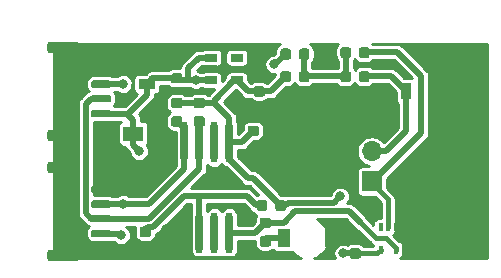
<source format=gbr>
G04 #@! TF.GenerationSoftware,KiCad,Pcbnew,(5.99.0-494-g9b7d4e274)*
G04 #@! TF.CreationDate,2020-06-15T11:42:29+02:00*
G04 #@! TF.ProjectId,TFRPM01B,54465250-4d30-4314-922e-6b696361645f,REV*
G04 #@! TF.SameCoordinates,Original*
G04 #@! TF.FileFunction,Copper,L2,Bot*
G04 #@! TF.FilePolarity,Positive*
%FSLAX46Y46*%
G04 Gerber Fmt 4.6, Leading zero omitted, Abs format (unit mm)*
G04 Created by KiCad (PCBNEW (5.99.0-494-g9b7d4e274)) date 2020-06-15 11:42:29*
%MOMM*%
%LPD*%
G04 APERTURE LIST*
G04 #@! TA.AperFunction,SMDPad,CuDef*
%ADD10R,1.050000X1.500000*%
G04 #@! TD*
G04 #@! TA.AperFunction,SMDPad,CuDef*
%ADD11O,0.609600X3.500000*%
G04 #@! TD*
G04 #@! TA.AperFunction,SMDPad,CuDef*
%ADD12R,0.400000X0.650000*%
G04 #@! TD*
G04 #@! TA.AperFunction,ComponentPad*
%ADD13O,1.700000X1.700000*%
G04 #@! TD*
G04 #@! TA.AperFunction,ComponentPad*
%ADD14R,1.700000X1.700000*%
G04 #@! TD*
G04 #@! TA.AperFunction,SMDPad,CuDef*
%ADD15R,1.060000X0.650000*%
G04 #@! TD*
G04 #@! TA.AperFunction,ComponentPad*
%ADD16C,6.000000*%
G04 #@! TD*
G04 #@! TA.AperFunction,SMDPad,CuDef*
%ADD17R,1.700000X1.300000*%
G04 #@! TD*
G04 #@! TA.AperFunction,SMDPad,CuDef*
%ADD18R,1.397000X0.889000*%
G04 #@! TD*
G04 #@! TA.AperFunction,SMDPad,CuDef*
%ADD19R,0.889000X1.397000*%
G04 #@! TD*
G04 #@! TA.AperFunction,ViaPad*
%ADD20C,0.800000*%
G04 #@! TD*
G04 #@! TA.AperFunction,Conductor*
%ADD21C,0.500000*%
G04 #@! TD*
G04 #@! TA.AperFunction,Conductor*
%ADD22C,0.400000*%
G04 #@! TD*
G04 #@! TA.AperFunction,Conductor*
%ADD23C,0.300000*%
G04 #@! TD*
G04 #@! TA.AperFunction,Conductor*
%ADD24C,0.254000*%
G04 #@! TD*
G04 APERTURE END LIST*
D10*
G04 #@! TO.P,D2,1*
G04 #@! TO.N,GND*
X134874000Y-139697096D03*
G04 #@! TO.P,D2,2*
G04 #@! TO.N,Net-(D2-Pad2)*
X130874000Y-139697096D03*
G04 #@! TD*
D11*
G04 #@! TO.P,U1,1*
G04 #@! TO.N,Net-(R4-Pad1)*
X126238000Y-139236000D03*
G04 #@! TO.P,U1,2*
G04 #@! TO.N,Net-(U1-Pad2)*
X124968000Y-139236000D03*
G04 #@! TO.P,U1,3*
G04 #@! TO.N,Net-(R5-Pad1)*
X123698000Y-139236000D03*
G04 #@! TO.P,U1,4*
G04 #@! TO.N,GND*
X122423000Y-139236000D03*
G04 #@! TO.P,U1,5*
G04 #@! TO.N,/SDA*
X122428000Y-131568000D03*
G04 #@! TO.P,U1,6*
G04 #@! TO.N,/SCL*
X123698000Y-131568000D03*
G04 #@! TO.P,U1,7*
G04 #@! TO.N,Net-(U1-Pad7)*
X124968000Y-131568000D03*
G04 #@! TO.P,U1,8*
G04 #@! TO.N,+3V3*
X126238000Y-131568000D03*
G04 #@! TD*
D12*
G04 #@! TO.P,U2,5*
G04 #@! TO.N,+3V3*
X139050000Y-140650000D03*
G04 #@! TO.P,U2,4*
G04 #@! TO.N,Net-(R4-Pad1)*
X140350000Y-140650000D03*
G04 #@! TO.P,U2,2*
G04 #@! TO.N,/COUNT*
X139700000Y-138750000D03*
G04 #@! TO.P,U2,3*
G04 #@! TO.N,GND*
X140350000Y-138750000D03*
G04 #@! TO.P,U2,1*
G04 #@! TO.N,N/C*
X139050000Y-138750000D03*
G04 #@! TD*
D13*
G04 #@! TO.P,J1,3*
G04 #@! TO.N,GND*
X138303000Y-129791096D03*
G04 #@! TO.P,J1,2*
G04 #@! TO.N,Net-(C2-Pad1)*
X138303000Y-132331096D03*
D14*
G04 #@! TO.P,J1,1*
G04 #@! TO.N,/COUNT*
X138303000Y-134871096D03*
G04 #@! TD*
G04 #@! TA.AperFunction,SMDPad,CuDef*
G04 #@! TO.P,C6,2*
G04 #@! TO.N,GND*
G36*
X137245962Y-138971247D02*
G01*
X137316930Y-139018666D01*
X137364349Y-139089634D01*
X137381000Y-139173346D01*
X137381000Y-139610846D01*
X137364349Y-139694558D01*
X137316930Y-139765526D01*
X137245962Y-139812945D01*
X137162250Y-139829596D01*
X136649750Y-139829596D01*
X136566038Y-139812945D01*
X136495070Y-139765526D01*
X136447651Y-139694558D01*
X136431000Y-139610846D01*
X136431000Y-139173346D01*
X136447651Y-139089634D01*
X136495070Y-139018666D01*
X136566038Y-138971247D01*
X136649750Y-138954596D01*
X137162250Y-138954596D01*
X137245962Y-138971247D01*
G37*
G04 #@! TD.AperFunction*
G04 #@! TA.AperFunction,SMDPad,CuDef*
G04 #@! TO.P,C6,1*
G04 #@! TO.N,+3V3*
G36*
X137245962Y-140546247D02*
G01*
X137316930Y-140593666D01*
X137364349Y-140664634D01*
X137381000Y-140748346D01*
X137381000Y-141185846D01*
X137364349Y-141269558D01*
X137316930Y-141340526D01*
X137245962Y-141387945D01*
X137162250Y-141404596D01*
X136649750Y-141404596D01*
X136566038Y-141387945D01*
X136495070Y-141340526D01*
X136447651Y-141269558D01*
X136431000Y-141185846D01*
X136431000Y-140748346D01*
X136447651Y-140664634D01*
X136495070Y-140593666D01*
X136566038Y-140546247D01*
X136649750Y-140529596D01*
X137162250Y-140529596D01*
X137245962Y-140546247D01*
G37*
G04 #@! TD.AperFunction*
G04 #@! TD*
G04 #@! TA.AperFunction,SMDPad,CuDef*
G04 #@! TO.P,C5,2*
G04 #@! TO.N,GND*
G36*
X128609962Y-128585651D02*
G01*
X128680930Y-128633070D01*
X128728349Y-128704038D01*
X128745000Y-128787750D01*
X128745000Y-129225250D01*
X128728349Y-129308962D01*
X128680930Y-129379930D01*
X128609962Y-129427349D01*
X128526250Y-129444000D01*
X128013750Y-129444000D01*
X127930038Y-129427349D01*
X127859070Y-129379930D01*
X127811651Y-129308962D01*
X127795000Y-129225250D01*
X127795000Y-128787750D01*
X127811651Y-128704038D01*
X127859070Y-128633070D01*
X127930038Y-128585651D01*
X128013750Y-128569000D01*
X128526250Y-128569000D01*
X128609962Y-128585651D01*
G37*
G04 #@! TD.AperFunction*
G04 #@! TA.AperFunction,SMDPad,CuDef*
G04 #@! TO.P,C5,1*
G04 #@! TO.N,+3V3*
G36*
X128609962Y-130160651D02*
G01*
X128680930Y-130208070D01*
X128728349Y-130279038D01*
X128745000Y-130362750D01*
X128745000Y-130800250D01*
X128728349Y-130883962D01*
X128680930Y-130954930D01*
X128609962Y-131002349D01*
X128526250Y-131019000D01*
X128013750Y-131019000D01*
X127930038Y-131002349D01*
X127859070Y-130954930D01*
X127811651Y-130883962D01*
X127795000Y-130800250D01*
X127795000Y-130362750D01*
X127811651Y-130279038D01*
X127859070Y-130208070D01*
X127930038Y-130160651D01*
X128013750Y-130144000D01*
X128526250Y-130144000D01*
X128609962Y-130160651D01*
G37*
G04 #@! TD.AperFunction*
G04 #@! TD*
G04 #@! TA.AperFunction,SMDPad,CuDef*
G04 #@! TO.P,J3,MP*
G04 #@! TO.N,GND*
G36*
X113383671Y-133205126D02*
G01*
X113464777Y-133259319D01*
X113518970Y-133340425D01*
X113538000Y-133436096D01*
X113538000Y-133936096D01*
X113518970Y-134031767D01*
X113464777Y-134112873D01*
X113383671Y-134167066D01*
X113288000Y-134186096D01*
X111088000Y-134186096D01*
X110992329Y-134167066D01*
X110911223Y-134112873D01*
X110857030Y-134031767D01*
X110838000Y-133936096D01*
X110838000Y-133436096D01*
X110857030Y-133340425D01*
X110911223Y-133259319D01*
X110992329Y-133205126D01*
X111088000Y-133186096D01*
X113288000Y-133186096D01*
X113383671Y-133205126D01*
G37*
G04 #@! TD.AperFunction*
G04 #@! TA.AperFunction,SMDPad,CuDef*
G36*
X113383671Y-140655126D02*
G01*
X113464777Y-140709319D01*
X113518970Y-140790425D01*
X113538000Y-140886096D01*
X113538000Y-141386096D01*
X113518970Y-141481767D01*
X113464777Y-141562873D01*
X113383671Y-141617066D01*
X113288000Y-141636096D01*
X111088000Y-141636096D01*
X110992329Y-141617066D01*
X110911223Y-141562873D01*
X110857030Y-141481767D01*
X110838000Y-141386096D01*
X110838000Y-140886096D01*
X110857030Y-140790425D01*
X110911223Y-140709319D01*
X110992329Y-140655126D01*
X111088000Y-140636096D01*
X113288000Y-140636096D01*
X113383671Y-140655126D01*
G37*
G04 #@! TD.AperFunction*
G04 #@! TA.AperFunction,SMDPad,CuDef*
G04 #@! TO.P,J3,4*
G36*
X116145403Y-135247514D02*
G01*
X116194066Y-135280030D01*
X116226582Y-135328693D01*
X116238000Y-135386096D01*
X116238000Y-135686096D01*
X116226582Y-135743499D01*
X116194066Y-135792162D01*
X116145403Y-135824678D01*
X116088000Y-135836096D01*
X114688000Y-135836096D01*
X114630597Y-135824678D01*
X114581934Y-135792162D01*
X114549418Y-135743499D01*
X114538000Y-135686096D01*
X114538000Y-135386096D01*
X114549418Y-135328693D01*
X114581934Y-135280030D01*
X114630597Y-135247514D01*
X114688000Y-135236096D01*
X116088000Y-135236096D01*
X116145403Y-135247514D01*
G37*
G04 #@! TD.AperFunction*
G04 #@! TA.AperFunction,SMDPad,CuDef*
G04 #@! TO.P,J3,3*
G04 #@! TO.N,/SDA*
G36*
X116145403Y-136497514D02*
G01*
X116194066Y-136530030D01*
X116226582Y-136578693D01*
X116238000Y-136636096D01*
X116238000Y-136936096D01*
X116226582Y-136993499D01*
X116194066Y-137042162D01*
X116145403Y-137074678D01*
X116088000Y-137086096D01*
X114688000Y-137086096D01*
X114630597Y-137074678D01*
X114581934Y-137042162D01*
X114549418Y-136993499D01*
X114538000Y-136936096D01*
X114538000Y-136636096D01*
X114549418Y-136578693D01*
X114581934Y-136530030D01*
X114630597Y-136497514D01*
X114688000Y-136486096D01*
X116088000Y-136486096D01*
X116145403Y-136497514D01*
G37*
G04 #@! TD.AperFunction*
G04 #@! TA.AperFunction,SMDPad,CuDef*
G04 #@! TO.P,J3,2*
G04 #@! TO.N,/SCL*
G36*
X116145403Y-137747514D02*
G01*
X116194066Y-137780030D01*
X116226582Y-137828693D01*
X116238000Y-137886096D01*
X116238000Y-138186096D01*
X116226582Y-138243499D01*
X116194066Y-138292162D01*
X116145403Y-138324678D01*
X116088000Y-138336096D01*
X114688000Y-138336096D01*
X114630597Y-138324678D01*
X114581934Y-138292162D01*
X114549418Y-138243499D01*
X114538000Y-138186096D01*
X114538000Y-137886096D01*
X114549418Y-137828693D01*
X114581934Y-137780030D01*
X114630597Y-137747514D01*
X114688000Y-137736096D01*
X116088000Y-137736096D01*
X116145403Y-137747514D01*
G37*
G04 #@! TD.AperFunction*
G04 #@! TA.AperFunction,SMDPad,CuDef*
G04 #@! TO.P,J3,1*
G04 #@! TO.N,+5V*
G36*
X116145403Y-138997514D02*
G01*
X116194066Y-139030030D01*
X116226582Y-139078693D01*
X116238000Y-139136096D01*
X116238000Y-139436096D01*
X116226582Y-139493499D01*
X116194066Y-139542162D01*
X116145403Y-139574678D01*
X116088000Y-139586096D01*
X114688000Y-139586096D01*
X114630597Y-139574678D01*
X114581934Y-139542162D01*
X114549418Y-139493499D01*
X114538000Y-139436096D01*
X114538000Y-139136096D01*
X114549418Y-139078693D01*
X114581934Y-139030030D01*
X114630597Y-138997514D01*
X114688000Y-138986096D01*
X116088000Y-138986096D01*
X116145403Y-138997514D01*
G37*
G04 #@! TD.AperFunction*
G04 #@! TD*
D15*
G04 #@! TO.P,U3,5*
G04 #@! TO.N,+3V3*
X126873000Y-126296096D03*
G04 #@! TO.P,U3,4*
G04 #@! TO.N,Net-(U3-Pad4)*
X126873000Y-124396096D03*
G04 #@! TO.P,U3,3*
G04 #@! TO.N,+5V*
X124673000Y-124396096D03*
G04 #@! TO.P,U3,2*
G04 #@! TO.N,GND*
X124673000Y-125346096D03*
G04 #@! TO.P,U3,1*
G04 #@! TO.N,+5V*
X124673000Y-126296096D03*
G04 #@! TD*
G04 #@! TA.AperFunction,SMDPad,CuDef*
G04 #@! TO.P,R10,2*
G04 #@! TO.N,Net-(R1-Pad1)*
G36*
X136395462Y-125522747D02*
G01*
X136466430Y-125570166D01*
X136513849Y-125641134D01*
X136530500Y-125724846D01*
X136530500Y-126237346D01*
X136513849Y-126321058D01*
X136466430Y-126392026D01*
X136395462Y-126439445D01*
X136311750Y-126456096D01*
X135874250Y-126456096D01*
X135790538Y-126439445D01*
X135719570Y-126392026D01*
X135672151Y-126321058D01*
X135655500Y-126237346D01*
X135655500Y-125724846D01*
X135672151Y-125641134D01*
X135719570Y-125570166D01*
X135790538Y-125522747D01*
X135874250Y-125506096D01*
X136311750Y-125506096D01*
X136395462Y-125522747D01*
G37*
G04 #@! TD.AperFunction*
G04 #@! TA.AperFunction,SMDPad,CuDef*
G04 #@! TO.P,R10,1*
G04 #@! TO.N,Net-(C2-Pad1)*
G36*
X137970462Y-125522747D02*
G01*
X138041430Y-125570166D01*
X138088849Y-125641134D01*
X138105500Y-125724846D01*
X138105500Y-126237346D01*
X138088849Y-126321058D01*
X138041430Y-126392026D01*
X137970462Y-126439445D01*
X137886750Y-126456096D01*
X137449250Y-126456096D01*
X137365538Y-126439445D01*
X137294570Y-126392026D01*
X137247151Y-126321058D01*
X137230500Y-126237346D01*
X137230500Y-125724846D01*
X137247151Y-125641134D01*
X137294570Y-125570166D01*
X137365538Y-125522747D01*
X137449250Y-125506096D01*
X137886750Y-125506096D01*
X137970462Y-125522747D01*
G37*
G04 #@! TD.AperFunction*
G04 #@! TD*
G04 #@! TA.AperFunction,SMDPad,CuDef*
G04 #@! TO.P,R8,2*
G04 #@! TO.N,Net-(R1-Pad1)*
G36*
X132890462Y-125522747D02*
G01*
X132961430Y-125570166D01*
X133008849Y-125641134D01*
X133025500Y-125724846D01*
X133025500Y-126237346D01*
X133008849Y-126321058D01*
X132961430Y-126392026D01*
X132890462Y-126439445D01*
X132806750Y-126456096D01*
X132369250Y-126456096D01*
X132285538Y-126439445D01*
X132214570Y-126392026D01*
X132167151Y-126321058D01*
X132150500Y-126237346D01*
X132150500Y-125724846D01*
X132167151Y-125641134D01*
X132214570Y-125570166D01*
X132285538Y-125522747D01*
X132369250Y-125506096D01*
X132806750Y-125506096D01*
X132890462Y-125522747D01*
G37*
G04 #@! TD.AperFunction*
G04 #@! TA.AperFunction,SMDPad,CuDef*
G04 #@! TO.P,R8,1*
G04 #@! TO.N,+3V3*
G36*
X131315462Y-125522747D02*
G01*
X131386430Y-125570166D01*
X131433849Y-125641134D01*
X131450500Y-125724846D01*
X131450500Y-126237346D01*
X131433849Y-126321058D01*
X131386430Y-126392026D01*
X131315462Y-126439445D01*
X131231750Y-126456096D01*
X130794250Y-126456096D01*
X130710538Y-126439445D01*
X130639570Y-126392026D01*
X130592151Y-126321058D01*
X130575500Y-126237346D01*
X130575500Y-125724846D01*
X130592151Y-125641134D01*
X130639570Y-125570166D01*
X130710538Y-125522747D01*
X130794250Y-125506096D01*
X131231750Y-125506096D01*
X131315462Y-125522747D01*
G37*
G04 #@! TD.AperFunction*
G04 #@! TD*
G04 #@! TA.AperFunction,SMDPad,CuDef*
G04 #@! TO.P,R7,2*
G04 #@! TO.N,Net-(R5-Pad1)*
G36*
X129308962Y-136447651D02*
G01*
X129379930Y-136495070D01*
X129427349Y-136566038D01*
X129444000Y-136649750D01*
X129444000Y-137162250D01*
X129427349Y-137245962D01*
X129379930Y-137316930D01*
X129308962Y-137364349D01*
X129225250Y-137381000D01*
X128787750Y-137381000D01*
X128704038Y-137364349D01*
X128633070Y-137316930D01*
X128585651Y-137245962D01*
X128569000Y-137162250D01*
X128569000Y-136649750D01*
X128585651Y-136566038D01*
X128633070Y-136495070D01*
X128704038Y-136447651D01*
X128787750Y-136431000D01*
X129225250Y-136431000D01*
X129308962Y-136447651D01*
G37*
G04 #@! TD.AperFunction*
G04 #@! TA.AperFunction,SMDPad,CuDef*
G04 #@! TO.P,R7,1*
G04 #@! TO.N,+3V3*
G36*
X130883962Y-136447651D02*
G01*
X130954930Y-136495070D01*
X131002349Y-136566038D01*
X131019000Y-136649750D01*
X131019000Y-137162250D01*
X131002349Y-137245962D01*
X130954930Y-137316930D01*
X130883962Y-137364349D01*
X130800250Y-137381000D01*
X130362750Y-137381000D01*
X130279038Y-137364349D01*
X130208070Y-137316930D01*
X130160651Y-137245962D01*
X130144000Y-137162250D01*
X130144000Y-136649750D01*
X130160651Y-136566038D01*
X130208070Y-136495070D01*
X130279038Y-136447651D01*
X130362750Y-136431000D01*
X130800250Y-136431000D01*
X130883962Y-136447651D01*
G37*
G04 #@! TD.AperFunction*
G04 #@! TD*
G04 #@! TA.AperFunction,SMDPad,CuDef*
G04 #@! TO.P,R6,2*
G04 #@! TO.N,Net-(R1-Pad1)*
G36*
X132890462Y-123617747D02*
G01*
X132961430Y-123665166D01*
X133008849Y-123736134D01*
X133025500Y-123819846D01*
X133025500Y-124332346D01*
X133008849Y-124416058D01*
X132961430Y-124487026D01*
X132890462Y-124534445D01*
X132806750Y-124551096D01*
X132369250Y-124551096D01*
X132285538Y-124534445D01*
X132214570Y-124487026D01*
X132167151Y-124416058D01*
X132150500Y-124332346D01*
X132150500Y-123819846D01*
X132167151Y-123736134D01*
X132214570Y-123665166D01*
X132285538Y-123617747D01*
X132369250Y-123601096D01*
X132806750Y-123601096D01*
X132890462Y-123617747D01*
G37*
G04 #@! TD.AperFunction*
G04 #@! TA.AperFunction,SMDPad,CuDef*
G04 #@! TO.P,R6,1*
G04 #@! TO.N,+5V*
G36*
X131315462Y-123617747D02*
G01*
X131386430Y-123665166D01*
X131433849Y-123736134D01*
X131450500Y-123819846D01*
X131450500Y-124332346D01*
X131433849Y-124416058D01*
X131386430Y-124487026D01*
X131315462Y-124534445D01*
X131231750Y-124551096D01*
X130794250Y-124551096D01*
X130710538Y-124534445D01*
X130639570Y-124487026D01*
X130592151Y-124416058D01*
X130575500Y-124332346D01*
X130575500Y-123819846D01*
X130592151Y-123736134D01*
X130639570Y-123665166D01*
X130710538Y-123617747D01*
X130794250Y-123601096D01*
X131231750Y-123601096D01*
X131315462Y-123617747D01*
G37*
G04 #@! TD.AperFunction*
G04 #@! TD*
G04 #@! TA.AperFunction,SMDPad,CuDef*
G04 #@! TO.P,R5,2*
G04 #@! TO.N,GND*
G36*
X119465962Y-140295151D02*
G01*
X119536930Y-140342570D01*
X119584349Y-140413538D01*
X119601000Y-140497250D01*
X119601000Y-140934750D01*
X119584349Y-141018462D01*
X119536930Y-141089430D01*
X119465962Y-141136849D01*
X119382250Y-141153500D01*
X118869750Y-141153500D01*
X118786038Y-141136849D01*
X118715070Y-141089430D01*
X118667651Y-141018462D01*
X118651000Y-140934750D01*
X118651000Y-140497250D01*
X118667651Y-140413538D01*
X118715070Y-140342570D01*
X118786038Y-140295151D01*
X118869750Y-140278500D01*
X119382250Y-140278500D01*
X119465962Y-140295151D01*
G37*
G04 #@! TD.AperFunction*
G04 #@! TA.AperFunction,SMDPad,CuDef*
G04 #@! TO.P,R5,1*
G04 #@! TO.N,Net-(R5-Pad1)*
G36*
X119465962Y-138720151D02*
G01*
X119536930Y-138767570D01*
X119584349Y-138838538D01*
X119601000Y-138922250D01*
X119601000Y-139359750D01*
X119584349Y-139443462D01*
X119536930Y-139514430D01*
X119465962Y-139561849D01*
X119382250Y-139578500D01*
X118869750Y-139578500D01*
X118786038Y-139561849D01*
X118715070Y-139514430D01*
X118667651Y-139443462D01*
X118651000Y-139359750D01*
X118651000Y-138922250D01*
X118667651Y-138838538D01*
X118715070Y-138767570D01*
X118786038Y-138720151D01*
X118869750Y-138703500D01*
X119382250Y-138703500D01*
X119465962Y-138720151D01*
G37*
G04 #@! TD.AperFunction*
G04 #@! TD*
G04 #@! TA.AperFunction,SMDPad,CuDef*
G04 #@! TO.P,R4,2*
G04 #@! TO.N,Net-(D2-Pad2)*
G36*
X129625962Y-139533151D02*
G01*
X129696930Y-139580570D01*
X129744349Y-139651538D01*
X129761000Y-139735250D01*
X129761000Y-140172750D01*
X129744349Y-140256462D01*
X129696930Y-140327430D01*
X129625962Y-140374849D01*
X129542250Y-140391500D01*
X129029750Y-140391500D01*
X128946038Y-140374849D01*
X128875070Y-140327430D01*
X128827651Y-140256462D01*
X128811000Y-140172750D01*
X128811000Y-139735250D01*
X128827651Y-139651538D01*
X128875070Y-139580570D01*
X128946038Y-139533151D01*
X129029750Y-139516500D01*
X129542250Y-139516500D01*
X129625962Y-139533151D01*
G37*
G04 #@! TD.AperFunction*
G04 #@! TA.AperFunction,SMDPad,CuDef*
G04 #@! TO.P,R4,1*
G04 #@! TO.N,Net-(R4-Pad1)*
G36*
X129625962Y-137958151D02*
G01*
X129696930Y-138005570D01*
X129744349Y-138076538D01*
X129761000Y-138160250D01*
X129761000Y-138597750D01*
X129744349Y-138681462D01*
X129696930Y-138752430D01*
X129625962Y-138799849D01*
X129542250Y-138816500D01*
X129029750Y-138816500D01*
X128946038Y-138799849D01*
X128875070Y-138752430D01*
X128827651Y-138681462D01*
X128811000Y-138597750D01*
X128811000Y-138160250D01*
X128827651Y-138076538D01*
X128875070Y-138005570D01*
X128946038Y-137958151D01*
X129029750Y-137941500D01*
X129542250Y-137941500D01*
X129625962Y-137958151D01*
G37*
G04 #@! TD.AperFunction*
G04 #@! TD*
G04 #@! TA.AperFunction,SMDPad,CuDef*
G04 #@! TO.P,R3,2*
G04 #@! TO.N,/SDA*
G36*
X122132962Y-129370247D02*
G01*
X122203930Y-129417666D01*
X122251349Y-129488634D01*
X122268000Y-129572346D01*
X122268000Y-130009846D01*
X122251349Y-130093558D01*
X122203930Y-130164526D01*
X122132962Y-130211945D01*
X122049250Y-130228596D01*
X121536750Y-130228596D01*
X121453038Y-130211945D01*
X121382070Y-130164526D01*
X121334651Y-130093558D01*
X121318000Y-130009846D01*
X121318000Y-129572346D01*
X121334651Y-129488634D01*
X121382070Y-129417666D01*
X121453038Y-129370247D01*
X121536750Y-129353596D01*
X122049250Y-129353596D01*
X122132962Y-129370247D01*
G37*
G04 #@! TD.AperFunction*
G04 #@! TA.AperFunction,SMDPad,CuDef*
G04 #@! TO.P,R3,1*
G04 #@! TO.N,+3V3*
G36*
X122132962Y-127795247D02*
G01*
X122203930Y-127842666D01*
X122251349Y-127913634D01*
X122268000Y-127997346D01*
X122268000Y-128434846D01*
X122251349Y-128518558D01*
X122203930Y-128589526D01*
X122132962Y-128636945D01*
X122049250Y-128653596D01*
X121536750Y-128653596D01*
X121453038Y-128636945D01*
X121382070Y-128589526D01*
X121334651Y-128518558D01*
X121318000Y-128434846D01*
X121318000Y-127997346D01*
X121334651Y-127913634D01*
X121382070Y-127842666D01*
X121453038Y-127795247D01*
X121536750Y-127778596D01*
X122049250Y-127778596D01*
X122132962Y-127795247D01*
G37*
G04 #@! TD.AperFunction*
G04 #@! TD*
G04 #@! TA.AperFunction,SMDPad,CuDef*
G04 #@! TO.P,R2,2*
G04 #@! TO.N,/SCL*
G36*
X124037962Y-129370247D02*
G01*
X124108930Y-129417666D01*
X124156349Y-129488634D01*
X124173000Y-129572346D01*
X124173000Y-130009846D01*
X124156349Y-130093558D01*
X124108930Y-130164526D01*
X124037962Y-130211945D01*
X123954250Y-130228596D01*
X123441750Y-130228596D01*
X123358038Y-130211945D01*
X123287070Y-130164526D01*
X123239651Y-130093558D01*
X123223000Y-130009846D01*
X123223000Y-129572346D01*
X123239651Y-129488634D01*
X123287070Y-129417666D01*
X123358038Y-129370247D01*
X123441750Y-129353596D01*
X123954250Y-129353596D01*
X124037962Y-129370247D01*
G37*
G04 #@! TD.AperFunction*
G04 #@! TA.AperFunction,SMDPad,CuDef*
G04 #@! TO.P,R2,1*
G04 #@! TO.N,+3V3*
G36*
X124037962Y-127795247D02*
G01*
X124108930Y-127842666D01*
X124156349Y-127913634D01*
X124173000Y-127997346D01*
X124173000Y-128434846D01*
X124156349Y-128518558D01*
X124108930Y-128589526D01*
X124037962Y-128636945D01*
X123954250Y-128653596D01*
X123441750Y-128653596D01*
X123358038Y-128636945D01*
X123287070Y-128589526D01*
X123239651Y-128518558D01*
X123223000Y-128434846D01*
X123223000Y-127997346D01*
X123239651Y-127913634D01*
X123287070Y-127842666D01*
X123358038Y-127795247D01*
X123441750Y-127778596D01*
X123954250Y-127778596D01*
X124037962Y-127795247D01*
G37*
G04 #@! TD.AperFunction*
G04 #@! TD*
G04 #@! TA.AperFunction,SMDPad,CuDef*
G04 #@! TO.P,R1,2*
G04 #@! TO.N,/COUNT*
G36*
X137970462Y-123490747D02*
G01*
X138041430Y-123538166D01*
X138088849Y-123609134D01*
X138105500Y-123692846D01*
X138105500Y-124205346D01*
X138088849Y-124289058D01*
X138041430Y-124360026D01*
X137970462Y-124407445D01*
X137886750Y-124424096D01*
X137449250Y-124424096D01*
X137365538Y-124407445D01*
X137294570Y-124360026D01*
X137247151Y-124289058D01*
X137230500Y-124205346D01*
X137230500Y-123692846D01*
X137247151Y-123609134D01*
X137294570Y-123538166D01*
X137365538Y-123490747D01*
X137449250Y-123474096D01*
X137886750Y-123474096D01*
X137970462Y-123490747D01*
G37*
G04 #@! TD.AperFunction*
G04 #@! TA.AperFunction,SMDPad,CuDef*
G04 #@! TO.P,R1,1*
G04 #@! TO.N,Net-(R1-Pad1)*
G36*
X136395462Y-123490747D02*
G01*
X136466430Y-123538166D01*
X136513849Y-123609134D01*
X136530500Y-123692846D01*
X136530500Y-124205346D01*
X136513849Y-124289058D01*
X136466430Y-124360026D01*
X136395462Y-124407445D01*
X136311750Y-124424096D01*
X135874250Y-124424096D01*
X135790538Y-124407445D01*
X135719570Y-124360026D01*
X135672151Y-124289058D01*
X135655500Y-124205346D01*
X135655500Y-123692846D01*
X135672151Y-123609134D01*
X135719570Y-123538166D01*
X135790538Y-123490747D01*
X135874250Y-123474096D01*
X136311750Y-123474096D01*
X136395462Y-123490747D01*
G37*
G04 #@! TD.AperFunction*
G04 #@! TD*
D16*
G04 #@! TO.P,M2,1*
G04 #@! TO.N,GND*
X132588000Y-132331096D03*
G04 #@! TD*
G04 #@! TA.AperFunction,SMDPad,CuDef*
G04 #@! TO.P,J2,MP*
G04 #@! TO.N,GND*
G36*
X113383671Y-123045126D02*
G01*
X113464777Y-123099319D01*
X113518970Y-123180425D01*
X113538000Y-123276096D01*
X113538000Y-123776096D01*
X113518970Y-123871767D01*
X113464777Y-123952873D01*
X113383671Y-124007066D01*
X113288000Y-124026096D01*
X111088000Y-124026096D01*
X110992329Y-124007066D01*
X110911223Y-123952873D01*
X110857030Y-123871767D01*
X110838000Y-123776096D01*
X110838000Y-123276096D01*
X110857030Y-123180425D01*
X110911223Y-123099319D01*
X110992329Y-123045126D01*
X111088000Y-123026096D01*
X113288000Y-123026096D01*
X113383671Y-123045126D01*
G37*
G04 #@! TD.AperFunction*
G04 #@! TA.AperFunction,SMDPad,CuDef*
G36*
X113383671Y-130495126D02*
G01*
X113464777Y-130549319D01*
X113518970Y-130630425D01*
X113538000Y-130726096D01*
X113538000Y-131226096D01*
X113518970Y-131321767D01*
X113464777Y-131402873D01*
X113383671Y-131457066D01*
X113288000Y-131476096D01*
X111088000Y-131476096D01*
X110992329Y-131457066D01*
X110911223Y-131402873D01*
X110857030Y-131321767D01*
X110838000Y-131226096D01*
X110838000Y-130726096D01*
X110857030Y-130630425D01*
X110911223Y-130549319D01*
X110992329Y-130495126D01*
X111088000Y-130476096D01*
X113288000Y-130476096D01*
X113383671Y-130495126D01*
G37*
G04 #@! TD.AperFunction*
G04 #@! TA.AperFunction,SMDPad,CuDef*
G04 #@! TO.P,J2,4*
G36*
X116145403Y-125087514D02*
G01*
X116194066Y-125120030D01*
X116226582Y-125168693D01*
X116238000Y-125226096D01*
X116238000Y-125526096D01*
X116226582Y-125583499D01*
X116194066Y-125632162D01*
X116145403Y-125664678D01*
X116088000Y-125676096D01*
X114688000Y-125676096D01*
X114630597Y-125664678D01*
X114581934Y-125632162D01*
X114549418Y-125583499D01*
X114538000Y-125526096D01*
X114538000Y-125226096D01*
X114549418Y-125168693D01*
X114581934Y-125120030D01*
X114630597Y-125087514D01*
X114688000Y-125076096D01*
X116088000Y-125076096D01*
X116145403Y-125087514D01*
G37*
G04 #@! TD.AperFunction*
G04 #@! TA.AperFunction,SMDPad,CuDef*
G04 #@! TO.P,J2,3*
G04 #@! TO.N,/SDA*
G36*
X116145403Y-126337514D02*
G01*
X116194066Y-126370030D01*
X116226582Y-126418693D01*
X116238000Y-126476096D01*
X116238000Y-126776096D01*
X116226582Y-126833499D01*
X116194066Y-126882162D01*
X116145403Y-126914678D01*
X116088000Y-126926096D01*
X114688000Y-126926096D01*
X114630597Y-126914678D01*
X114581934Y-126882162D01*
X114549418Y-126833499D01*
X114538000Y-126776096D01*
X114538000Y-126476096D01*
X114549418Y-126418693D01*
X114581934Y-126370030D01*
X114630597Y-126337514D01*
X114688000Y-126326096D01*
X116088000Y-126326096D01*
X116145403Y-126337514D01*
G37*
G04 #@! TD.AperFunction*
G04 #@! TA.AperFunction,SMDPad,CuDef*
G04 #@! TO.P,J2,2*
G04 #@! TO.N,/SCL*
G36*
X116145403Y-127587514D02*
G01*
X116194066Y-127620030D01*
X116226582Y-127668693D01*
X116238000Y-127726096D01*
X116238000Y-128026096D01*
X116226582Y-128083499D01*
X116194066Y-128132162D01*
X116145403Y-128164678D01*
X116088000Y-128176096D01*
X114688000Y-128176096D01*
X114630597Y-128164678D01*
X114581934Y-128132162D01*
X114549418Y-128083499D01*
X114538000Y-128026096D01*
X114538000Y-127726096D01*
X114549418Y-127668693D01*
X114581934Y-127620030D01*
X114630597Y-127587514D01*
X114688000Y-127576096D01*
X116088000Y-127576096D01*
X116145403Y-127587514D01*
G37*
G04 #@! TD.AperFunction*
G04 #@! TA.AperFunction,SMDPad,CuDef*
G04 #@! TO.P,J2,1*
G04 #@! TO.N,+5V*
G36*
X116145403Y-128837514D02*
G01*
X116194066Y-128870030D01*
X116226582Y-128918693D01*
X116238000Y-128976096D01*
X116238000Y-129276096D01*
X116226582Y-129333499D01*
X116194066Y-129382162D01*
X116145403Y-129414678D01*
X116088000Y-129426096D01*
X114688000Y-129426096D01*
X114630597Y-129414678D01*
X114581934Y-129382162D01*
X114549418Y-129333499D01*
X114538000Y-129276096D01*
X114538000Y-128976096D01*
X114549418Y-128918693D01*
X114581934Y-128870030D01*
X114630597Y-128837514D01*
X114688000Y-128826096D01*
X116088000Y-128826096D01*
X116145403Y-128837514D01*
G37*
G04 #@! TD.AperFunction*
G04 #@! TD*
D17*
G04 #@! TO.P,D1,2*
G04 #@! TO.N,GND*
X118110000Y-134338000D03*
G04 #@! TO.P,D1,1*
G04 #@! TO.N,+5V*
X118110000Y-130838000D03*
G04 #@! TD*
G04 #@! TA.AperFunction,SMDPad,CuDef*
G04 #@! TO.P,C4,2*
G04 #@! TO.N,GND*
G36*
X122132962Y-124137747D02*
G01*
X122203930Y-124185166D01*
X122251349Y-124256134D01*
X122268000Y-124339846D01*
X122268000Y-124777346D01*
X122251349Y-124861058D01*
X122203930Y-124932026D01*
X122132962Y-124979445D01*
X122049250Y-124996096D01*
X121536750Y-124996096D01*
X121453038Y-124979445D01*
X121382070Y-124932026D01*
X121334651Y-124861058D01*
X121318000Y-124777346D01*
X121318000Y-124339846D01*
X121334651Y-124256134D01*
X121382070Y-124185166D01*
X121453038Y-124137747D01*
X121536750Y-124121096D01*
X122049250Y-124121096D01*
X122132962Y-124137747D01*
G37*
G04 #@! TD.AperFunction*
G04 #@! TA.AperFunction,SMDPad,CuDef*
G04 #@! TO.P,C4,1*
G04 #@! TO.N,+5V*
G36*
X122132962Y-125712747D02*
G01*
X122203930Y-125760166D01*
X122251349Y-125831134D01*
X122268000Y-125914846D01*
X122268000Y-126352346D01*
X122251349Y-126436058D01*
X122203930Y-126507026D01*
X122132962Y-126554445D01*
X122049250Y-126571096D01*
X121536750Y-126571096D01*
X121453038Y-126554445D01*
X121382070Y-126507026D01*
X121334651Y-126436058D01*
X121318000Y-126352346D01*
X121318000Y-125914846D01*
X121334651Y-125831134D01*
X121382070Y-125760166D01*
X121453038Y-125712747D01*
X121536750Y-125696096D01*
X122049250Y-125696096D01*
X122132962Y-125712747D01*
G37*
G04 #@! TD.AperFunction*
G04 #@! TD*
D18*
G04 #@! TO.P,C3,1*
G04 #@! TO.N,+5V*
X119253000Y-126616096D03*
G04 #@! TO.P,C3,2*
G04 #@! TO.N,GND*
X119253000Y-124711096D03*
G04 #@! TD*
D19*
G04 #@! TO.P,C2,1*
G04 #@! TO.N,Net-(C2-Pad1)*
X141224000Y-127251096D03*
G04 #@! TO.P,C2,2*
G04 #@! TO.N,GND*
X139319000Y-127251096D03*
G04 #@! TD*
G04 #@! TA.AperFunction,SMDPad,CuDef*
G04 #@! TO.P,C1,2*
G04 #@! TO.N,GND*
G36*
X129117962Y-125255247D02*
G01*
X129188930Y-125302666D01*
X129236349Y-125373634D01*
X129253000Y-125457346D01*
X129253000Y-125894846D01*
X129236349Y-125978558D01*
X129188930Y-126049526D01*
X129117962Y-126096945D01*
X129034250Y-126113596D01*
X128521750Y-126113596D01*
X128438038Y-126096945D01*
X128367070Y-126049526D01*
X128319651Y-125978558D01*
X128303000Y-125894846D01*
X128303000Y-125457346D01*
X128319651Y-125373634D01*
X128367070Y-125302666D01*
X128438038Y-125255247D01*
X128521750Y-125238596D01*
X129034250Y-125238596D01*
X129117962Y-125255247D01*
G37*
G04 #@! TD.AperFunction*
G04 #@! TA.AperFunction,SMDPad,CuDef*
G04 #@! TO.P,C1,1*
G04 #@! TO.N,+3V3*
G36*
X129117962Y-126830247D02*
G01*
X129188930Y-126877666D01*
X129236349Y-126948634D01*
X129253000Y-127032346D01*
X129253000Y-127469846D01*
X129236349Y-127553558D01*
X129188930Y-127624526D01*
X129117962Y-127671945D01*
X129034250Y-127688596D01*
X128521750Y-127688596D01*
X128438038Y-127671945D01*
X128367070Y-127624526D01*
X128319651Y-127553558D01*
X128303000Y-127469846D01*
X128303000Y-127032346D01*
X128319651Y-126948634D01*
X128367070Y-126877666D01*
X128438038Y-126830247D01*
X128521750Y-126813596D01*
X129034250Y-126813596D01*
X129117962Y-126830247D01*
G37*
G04 #@! TD.AperFunction*
G04 #@! TD*
D20*
G04 #@! TO.N,GND*
X120904000Y-140970000D03*
X120904000Y-139954000D03*
X120904000Y-138938000D03*
X115316000Y-133855096D03*
X115316000Y-132331096D03*
X115316000Y-130807096D03*
X141986000Y-138938000D03*
X120396000Y-130048000D03*
X120396000Y-128524000D03*
X119634000Y-129286000D03*
X137806906Y-140061793D03*
X143002000Y-136652000D03*
X143002000Y-135382000D03*
X143002000Y-134109096D03*
X143764000Y-138935096D03*
X143764000Y-139951096D03*
X143764000Y-140967096D03*
X138176000Y-136903096D03*
X135636000Y-128775096D03*
X136652000Y-128775096D03*
X137668000Y-127759096D03*
X136652000Y-127759096D03*
X135636000Y-127759096D03*
X134620000Y-127759096D03*
X140208000Y-124965096D03*
X138938000Y-124965096D03*
X134874000Y-124965096D03*
X133858000Y-124965096D03*
G04 #@! TO.N,+5V*
X130048000Y-124965096D03*
X123383000Y-126296096D03*
G04 #@! TO.N,GND*
X129540000Y-128270000D03*
X130810000Y-129032000D03*
X126746000Y-128778000D03*
X117094000Y-123695096D03*
X120142000Y-134363096D03*
X112268000Y-125981096D03*
X112268000Y-126997096D03*
X112268000Y-128013096D03*
X112268000Y-129029096D03*
X112268000Y-138681096D03*
X112268000Y-137665096D03*
X112268000Y-136649096D03*
X112268000Y-135633096D03*
X127508000Y-137160000D03*
X127508000Y-138173096D03*
X125476000Y-134874000D03*
X124206000Y-134874000D03*
X115316000Y-140713096D03*
X117094000Y-140713096D03*
G04 #@! TO.N,+3V3*
X135636000Y-136141096D03*
X135890000Y-140967096D03*
G04 #@! TO.N,+5V*
X118618000Y-132331096D03*
X117094000Y-139443096D03*
G04 #@! TO.N,/SDA*
X117221000Y-136776096D03*
X117221000Y-126616096D03*
G04 #@! TO.N,GND*
X126746000Y-134874000D03*
X127762000Y-132842000D03*
X119888000Y-131064000D03*
X119888000Y-132842000D03*
X127762000Y-140970000D03*
X120650000Y-123698000D03*
X117094000Y-125222000D03*
X115824000Y-123698000D03*
G04 #@! TD*
D21*
G04 #@! TO.N,+3V3*
X126238000Y-131568000D02*
X127283500Y-131568000D01*
X127283500Y-131568000D02*
X128270000Y-130581500D01*
G04 #@! TO.N,Net-(R4-Pad1)*
X126238000Y-139236000D02*
X128429000Y-139236000D01*
X128429000Y-139236000D02*
X129286000Y-138379000D01*
G04 #@! TO.N,Net-(R5-Pad1)*
X123192904Y-136141096D02*
X123700904Y-136141096D01*
X119769856Y-138736106D02*
X122364866Y-136141096D01*
X122364866Y-136141096D02*
X123192904Y-136141096D01*
X119126000Y-138938000D02*
X119327894Y-138736106D01*
X119126000Y-139141000D02*
X119126000Y-138938000D01*
X119327894Y-138736106D02*
X119769856Y-138736106D01*
X123700904Y-136141096D02*
X127736500Y-136141096D01*
X123698000Y-138549896D02*
X123698000Y-136144000D01*
X123698000Y-136144000D02*
X123700904Y-136141096D01*
G04 #@! TO.N,+5V*
X118110000Y-130838000D02*
X118110000Y-131823096D01*
X118110000Y-131823096D02*
X118618000Y-132331096D01*
X117253904Y-129126096D02*
X117687500Y-129126096D01*
X115388000Y-129126096D02*
X117253904Y-129126096D01*
X118110000Y-130838000D02*
X118110000Y-129688000D01*
X118110000Y-129688000D02*
X117548096Y-129126096D01*
X117548096Y-129126096D02*
X117253904Y-129126096D01*
G04 #@! TO.N,/SDA*
X115388000Y-136786096D02*
X117211000Y-136786096D01*
X117211000Y-136786096D02*
X117221000Y-136776096D01*
X117221000Y-136776096D02*
X119469904Y-136776096D01*
X122428000Y-133818000D02*
X122428000Y-131568000D01*
X119469904Y-136776096D02*
X122428000Y-133818000D01*
G04 #@! TO.N,/SCL*
X115388000Y-138036096D02*
X119479904Y-138036096D01*
X119479904Y-138036096D02*
X123698000Y-133818000D01*
X123698000Y-133818000D02*
X123698000Y-131568000D01*
D22*
G04 #@! TO.N,Net-(R4-Pad1)*
X138684000Y-139700000D02*
X139525000Y-139700000D01*
X139525000Y-139700000D02*
X140350000Y-140525000D01*
X140350000Y-140525000D02*
X140350000Y-140650000D01*
X137414000Y-138427096D02*
X137414000Y-138430000D01*
X137414000Y-138430000D02*
X138684000Y-139700000D01*
G04 #@! TO.N,+3V3*
X136906000Y-140967096D02*
X138732904Y-140967096D01*
X138732904Y-140967096D02*
X139050000Y-140650000D01*
G04 #@! TO.N,/COUNT*
X139700000Y-136398000D02*
X138303000Y-135001000D01*
X139700000Y-138750000D02*
X139700000Y-136398000D01*
X138303000Y-135001000D02*
X138303000Y-134871096D01*
D21*
G04 #@! TO.N,GND*
X137137209Y-139392096D02*
X137806906Y-140061793D01*
X136906000Y-139392096D02*
X137137209Y-139392096D01*
X122423000Y-139721096D02*
X122423000Y-140210096D01*
G04 #@! TO.N,+5V*
X130048000Y-124965096D02*
X130124000Y-124965096D01*
X130124000Y-124965096D02*
X131013000Y-124076096D01*
X124673000Y-126296096D02*
X123383000Y-126296096D01*
G04 #@! TO.N,Net-(R1-Pad1)*
X136093000Y-125981096D02*
X136093000Y-123949096D01*
X132588000Y-125981096D02*
X136093000Y-125981096D01*
X132588000Y-124076096D02*
X132588000Y-125981096D01*
G04 #@! TO.N,+3V3*
X124917000Y-128216096D02*
X124917000Y-128047096D01*
X124917000Y-128047096D02*
X126668000Y-126296096D01*
X126668000Y-126296096D02*
X126873000Y-126296096D01*
X136906000Y-140967096D02*
X135890000Y-140967096D01*
X128778000Y-127251096D02*
X129743000Y-127251096D01*
X129743000Y-127251096D02*
X131013000Y-125981096D01*
X128778000Y-127251096D02*
X127828000Y-127251096D01*
X127828000Y-127251096D02*
X126873000Y-126296096D01*
G04 #@! TO.N,/COUNT*
X142494000Y-125981096D02*
X142494000Y-130045096D01*
X142494000Y-130807096D02*
X142494000Y-130045096D01*
X138430000Y-134871096D02*
X142494000Y-130807096D01*
X140462000Y-123949096D02*
X142494000Y-125981096D01*
X137668000Y-123949096D02*
X140462000Y-123949096D01*
G04 #@! TO.N,Net-(C2-Pad1)*
X137668000Y-125981096D02*
X139954000Y-125981096D01*
X139954000Y-125981096D02*
X141224000Y-127251096D01*
X138303000Y-132331096D02*
X139505081Y-132331096D01*
X139505081Y-132331096D02*
X141224000Y-130612177D01*
X141224000Y-130612177D02*
X141224000Y-128449596D01*
X141224000Y-128449596D02*
X141224000Y-127251096D01*
G04 #@! TO.N,+5V*
X116937000Y-139286096D02*
X117094000Y-139443096D01*
X115388000Y-139286096D02*
X116937000Y-139286096D01*
G04 #@! TO.N,/COUNT*
X138303000Y-134871096D02*
X138430000Y-134871096D01*
G04 #@! TO.N,Net-(D2-Pad2)*
X129337000Y-139697096D02*
X130874000Y-139697096D01*
G04 #@! TO.N,/SDA*
X117211000Y-126626096D02*
X117221000Y-126616096D01*
X115388000Y-126626096D02*
X117211000Y-126626096D01*
G04 #@! TO.N,/SCL*
X115388000Y-138036096D02*
X114538000Y-138036096D01*
X114538000Y-138036096D02*
X114087990Y-137586086D01*
X114087990Y-128326106D02*
X114538000Y-127876096D01*
X114087990Y-137586086D02*
X114087990Y-128326106D01*
X114538000Y-127876096D02*
X115388000Y-127876096D01*
G04 #@! TO.N,+5V*
X123383000Y-126296096D02*
X122743000Y-126296096D01*
X123643000Y-124396096D02*
X124673000Y-124396096D01*
X122743000Y-126296096D02*
X121955500Y-126296096D01*
X122743000Y-126296096D02*
X122743000Y-125296096D01*
X122743000Y-125296096D02*
X123643000Y-124396096D01*
X121955500Y-126296096D02*
X121793000Y-126133596D01*
X117687500Y-129126096D02*
X119253000Y-127560596D01*
X119253000Y-127560596D02*
X119253000Y-126616096D01*
X121793000Y-126133596D02*
X119735500Y-126133596D01*
X119735500Y-126133596D02*
X119253000Y-126616096D01*
G04 #@! TO.N,/SDA*
X122428000Y-130426096D02*
X121793000Y-129791096D01*
X122428000Y-132577096D02*
X122428000Y-130426096D01*
G04 #@! TO.N,/SCL*
X123698000Y-132577096D02*
X123698000Y-129791096D01*
G04 #@! TO.N,+3V3*
X121793000Y-128216096D02*
X123698000Y-128216096D01*
X126238000Y-132577096D02*
X126238000Y-129537096D01*
X124917000Y-128216096D02*
X123698000Y-128216096D01*
X126238000Y-129537096D02*
X124917000Y-128216096D01*
G04 #@! TO.N,Net-(R4-Pad1)*
X136398000Y-137411096D02*
X137414000Y-138427096D01*
X131828904Y-137411096D02*
X136398000Y-137411096D01*
X130861000Y-138379000D02*
X131828904Y-137411096D01*
X129286000Y-138379000D02*
X130861000Y-138379000D01*
G04 #@! TO.N,+3V3*
X135066010Y-136711086D02*
X135195999Y-136581097D01*
X131213914Y-136711086D02*
X135066010Y-136711086D01*
X135195999Y-136581097D02*
X135636000Y-136141096D01*
X131019000Y-136906000D02*
X131213914Y-136711086D01*
X130581500Y-136906000D02*
X131019000Y-136906000D01*
X126238000Y-133013200D02*
X126238000Y-131568000D01*
X127844800Y-134620000D02*
X126238000Y-133013200D01*
X128270000Y-134620000D02*
X127844800Y-134620000D01*
X130581500Y-136906000D02*
X130556000Y-136906000D01*
X130556000Y-136906000D02*
X128270000Y-134620000D01*
G04 #@! TO.N,Net-(R5-Pad1)*
X128501404Y-136906000D02*
X129006500Y-136906000D01*
X127736500Y-136141096D02*
X128501404Y-136906000D01*
D23*
G04 #@! TO.N,GND*
X127196315Y-141224000D02*
X127762000Y-141224000D01*
X122286010Y-141336010D02*
X127084305Y-141336010D01*
X127084305Y-141336010D02*
X127196315Y-141224000D01*
X120904000Y-139954000D02*
X122286010Y-141336010D01*
G04 #@! TD*
G04 #@! TO.N,GND*
G36*
X148072001Y-141380096D02*
G01*
X140697043Y-141380096D01*
X140716217Y-141376282D01*
X140857129Y-141282129D01*
X140951282Y-141141217D01*
X140981877Y-140987410D01*
X140981877Y-140312590D01*
X140951282Y-140158783D01*
X140857129Y-140017871D01*
X140716217Y-139923718D01*
X140613604Y-139903306D01*
X140138369Y-139428072D01*
X140207129Y-139382129D01*
X140301282Y-139241217D01*
X140331877Y-139087410D01*
X140331877Y-138412590D01*
X140326000Y-138383044D01*
X140326000Y-136425317D01*
X140333238Y-136342598D01*
X140311745Y-136262389D01*
X140297322Y-136180594D01*
X140283337Y-136156369D01*
X140276099Y-136129359D01*
X140228474Y-136061343D01*
X140186942Y-135989408D01*
X140123317Y-135936020D01*
X139584877Y-135397580D01*
X139584877Y-134672225D01*
X142921004Y-131336100D01*
X142955241Y-131313993D01*
X143000421Y-131256683D01*
X143011677Y-131245428D01*
X143034774Y-131213108D01*
X143098056Y-131132834D01*
X143101375Y-131119907D01*
X143109453Y-131108603D01*
X143173933Y-130892992D01*
X143170000Y-130792876D01*
X143170000Y-126053218D01*
X143178577Y-126013379D01*
X143170000Y-125940912D01*
X143170000Y-125924990D01*
X143163478Y-125885805D01*
X143151463Y-125784294D01*
X143144670Y-125772808D01*
X143142389Y-125759102D01*
X143035523Y-125561047D01*
X142961915Y-125493004D01*
X140991005Y-123522094D01*
X140968897Y-123487855D01*
X140911582Y-123442671D01*
X140900331Y-123431419D01*
X140868030Y-123408337D01*
X140787737Y-123345040D01*
X140774809Y-123341720D01*
X140763506Y-123333643D01*
X140547895Y-123269163D01*
X140447780Y-123273096D01*
X138371322Y-123273096D01*
X138333579Y-123232096D01*
X148072000Y-123232096D01*
X148072001Y-141380096D01*
G37*
D24*
X148072001Y-141380096D02*
X140697043Y-141380096D01*
X140716217Y-141376282D01*
X140857129Y-141282129D01*
X140951282Y-141141217D01*
X140981877Y-140987410D01*
X140981877Y-140312590D01*
X140951282Y-140158783D01*
X140857129Y-140017871D01*
X140716217Y-139923718D01*
X140613604Y-139903306D01*
X140138369Y-139428072D01*
X140207129Y-139382129D01*
X140301282Y-139241217D01*
X140331877Y-139087410D01*
X140331877Y-138412590D01*
X140326000Y-138383044D01*
X140326000Y-136425317D01*
X140333238Y-136342598D01*
X140311745Y-136262389D01*
X140297322Y-136180594D01*
X140283337Y-136156369D01*
X140276099Y-136129359D01*
X140228474Y-136061343D01*
X140186942Y-135989408D01*
X140123317Y-135936020D01*
X139584877Y-135397580D01*
X139584877Y-134672225D01*
X142921004Y-131336100D01*
X142955241Y-131313993D01*
X143000421Y-131256683D01*
X143011677Y-131245428D01*
X143034774Y-131213108D01*
X143098056Y-131132834D01*
X143101375Y-131119907D01*
X143109453Y-131108603D01*
X143173933Y-130892992D01*
X143170000Y-130792876D01*
X143170000Y-126053218D01*
X143178577Y-126013379D01*
X143170000Y-125940912D01*
X143170000Y-125924990D01*
X143163478Y-125885805D01*
X143151463Y-125784294D01*
X143144670Y-125772808D01*
X143142389Y-125759102D01*
X143035523Y-125561047D01*
X142961915Y-125493004D01*
X140991005Y-123522094D01*
X140968897Y-123487855D01*
X140911582Y-123442671D01*
X140900331Y-123431419D01*
X140868030Y-123408337D01*
X140787737Y-123345040D01*
X140774809Y-123341720D01*
X140763506Y-123333643D01*
X140547895Y-123269163D01*
X140447780Y-123273096D01*
X138371322Y-123273096D01*
X138333579Y-123232096D01*
X148072000Y-123232096D01*
X148072001Y-141380096D01*
G36*
X130439650Y-123275299D02*
G01*
X130281136Y-123421222D01*
X130178592Y-123610707D01*
X130144872Y-123812780D01*
X130144872Y-123988217D01*
X130000430Y-124132659D01*
X129989731Y-124131808D01*
X129747287Y-124185780D01*
X129531430Y-124308652D01*
X129361245Y-124489565D01*
X129251779Y-124712520D01*
X129212710Y-124957806D01*
X129247492Y-125203738D01*
X129353051Y-125428570D01*
X129520052Y-125612424D01*
X129733732Y-125739046D01*
X129975197Y-125797239D01*
X130144872Y-125786713D01*
X130144872Y-125893215D01*
X129474087Y-126564001D01*
X129432874Y-126519232D01*
X129243389Y-126416688D01*
X129041316Y-126382968D01*
X128517302Y-126382968D01*
X128362013Y-126402325D01*
X128167149Y-126487799D01*
X128090902Y-126557991D01*
X127834877Y-126301966D01*
X127834877Y-125958686D01*
X127804282Y-125804879D01*
X127710129Y-125663967D01*
X127569217Y-125569814D01*
X127415410Y-125539219D01*
X126330590Y-125539219D01*
X126176783Y-125569814D01*
X126035871Y-125663967D01*
X125941718Y-125804879D01*
X125911123Y-125958686D01*
X125911123Y-126096966D01*
X125634877Y-126373212D01*
X125634877Y-125958686D01*
X125604282Y-125804879D01*
X125510129Y-125663967D01*
X125369217Y-125569814D01*
X125215410Y-125539219D01*
X124130590Y-125539219D01*
X123976783Y-125569814D01*
X123901529Y-125620096D01*
X123860433Y-125620096D01*
X123803184Y-125574149D01*
X123572327Y-125482513D01*
X123516994Y-125478109D01*
X123914405Y-125080699D01*
X123976783Y-125122378D01*
X124130590Y-125152973D01*
X125215410Y-125152973D01*
X125369217Y-125122378D01*
X125510129Y-125028225D01*
X125604282Y-124887313D01*
X125634877Y-124733506D01*
X125634877Y-124058686D01*
X125911123Y-124058686D01*
X125911123Y-124733506D01*
X125941718Y-124887313D01*
X126035871Y-125028225D01*
X126176783Y-125122378D01*
X126330590Y-125152973D01*
X127415410Y-125152973D01*
X127569217Y-125122378D01*
X127710129Y-125028225D01*
X127804282Y-124887313D01*
X127834877Y-124733506D01*
X127834877Y-124058686D01*
X127804282Y-123904879D01*
X127710129Y-123763967D01*
X127569217Y-123669814D01*
X127415410Y-123639219D01*
X126330590Y-123639219D01*
X126176783Y-123669814D01*
X126035871Y-123763967D01*
X125941718Y-123904879D01*
X125911123Y-124058686D01*
X125634877Y-124058686D01*
X125604282Y-123904879D01*
X125510129Y-123763967D01*
X125369217Y-123669814D01*
X125215410Y-123639219D01*
X124130590Y-123639219D01*
X123976783Y-123669814D01*
X123901529Y-123720096D01*
X123715122Y-123720096D01*
X123675283Y-123711519D01*
X123602816Y-123720096D01*
X123586894Y-123720096D01*
X123547707Y-123726619D01*
X123446198Y-123738633D01*
X123434710Y-123745427D01*
X123421006Y-123747708D01*
X123222951Y-123854573D01*
X123154932Y-123928155D01*
X122315994Y-124767094D01*
X122281760Y-124789199D01*
X122236580Y-124846509D01*
X122225323Y-124857765D01*
X122202231Y-124890080D01*
X122138943Y-124970361D01*
X122135624Y-124983287D01*
X122127548Y-124994589D01*
X122063067Y-125210201D01*
X122065297Y-125266967D01*
X122056316Y-125265468D01*
X121532302Y-125265468D01*
X121377013Y-125284825D01*
X121182149Y-125370299D01*
X121087321Y-125457596D01*
X119807622Y-125457596D01*
X119767783Y-125449019D01*
X119695316Y-125457596D01*
X119679394Y-125457596D01*
X119640207Y-125464119D01*
X119538698Y-125476133D01*
X119527210Y-125482927D01*
X119513506Y-125485208D01*
X119315451Y-125592073D01*
X119247408Y-125665681D01*
X119173370Y-125739719D01*
X118542090Y-125739719D01*
X118388283Y-125770314D01*
X118247371Y-125864467D01*
X118153218Y-126005379D01*
X118122623Y-126159186D01*
X118122623Y-127073006D01*
X118153218Y-127226813D01*
X118247371Y-127367725D01*
X118388283Y-127461878D01*
X118394478Y-127463110D01*
X117407493Y-128450096D01*
X116476298Y-128450096D01*
X116518445Y-128418268D01*
X116631810Y-128235178D01*
X116669197Y-128035174D01*
X116669197Y-127714076D01*
X116611771Y-127469916D01*
X116485039Y-127302096D01*
X116758311Y-127302096D01*
X116906732Y-127390046D01*
X117148197Y-127448239D01*
X117396099Y-127432860D01*
X117628520Y-127345267D01*
X117824911Y-127193205D01*
X117967907Y-126990118D01*
X118045022Y-126753482D01*
X118047295Y-126493112D01*
X117974321Y-126255165D01*
X117834890Y-126049615D01*
X117641184Y-125894149D01*
X117410327Y-125802513D01*
X117162731Y-125782808D01*
X116920287Y-125836780D01*
X116721218Y-125950096D01*
X116325846Y-125950096D01*
X116297082Y-125932286D01*
X116097078Y-125894899D01*
X114675980Y-125894899D01*
X114431820Y-125952325D01*
X114257555Y-126083924D01*
X114144190Y-126267014D01*
X114106803Y-126467018D01*
X114106803Y-126788116D01*
X114164229Y-127032276D01*
X114295828Y-127206541D01*
X114327046Y-127225870D01*
X114316006Y-127227708D01*
X114117951Y-127334573D01*
X114049920Y-127408168D01*
X113660986Y-127797102D01*
X113626749Y-127819209D01*
X113581569Y-127876520D01*
X113570313Y-127887775D01*
X113547225Y-127920085D01*
X113483933Y-128000371D01*
X113480614Y-128013297D01*
X113472538Y-128024599D01*
X113408057Y-128240211D01*
X113411991Y-128340352D01*
X113411990Y-137513964D01*
X113403413Y-137553803D01*
X113411990Y-137626270D01*
X113411990Y-137642190D01*
X113418510Y-137681364D01*
X113430527Y-137782888D01*
X113437321Y-137794376D01*
X113439602Y-137808079D01*
X113546467Y-138006135D01*
X113620074Y-138074177D01*
X114008996Y-138463100D01*
X114031103Y-138497337D01*
X114088418Y-138542521D01*
X114099667Y-138553771D01*
X114131980Y-138576863D01*
X114212262Y-138640152D01*
X114225189Y-138643471D01*
X114236493Y-138651549D01*
X114339204Y-138682266D01*
X114257555Y-138743924D01*
X114144190Y-138927014D01*
X114106803Y-139127018D01*
X114106803Y-139448116D01*
X114164229Y-139692276D01*
X114295828Y-139866541D01*
X114478918Y-139979906D01*
X114678922Y-140017293D01*
X116100020Y-140017293D01*
X116334704Y-139962096D01*
X116449487Y-139962096D01*
X116566052Y-140090424D01*
X116779732Y-140217046D01*
X117021197Y-140275239D01*
X117269099Y-140259860D01*
X117501520Y-140172267D01*
X117697911Y-140020205D01*
X117840907Y-139817118D01*
X117918022Y-139580482D01*
X117920295Y-139320112D01*
X117847321Y-139082165D01*
X117707890Y-138876615D01*
X117514184Y-138721149D01*
X117491377Y-138712096D01*
X118254641Y-138712096D01*
X118254092Y-138713111D01*
X118220372Y-138915184D01*
X118220372Y-139364198D01*
X118239729Y-139519487D01*
X118325203Y-139714350D01*
X118471126Y-139872864D01*
X118660611Y-139975408D01*
X118862684Y-140009128D01*
X119386698Y-140009128D01*
X119541987Y-139989771D01*
X119736850Y-139904297D01*
X119895364Y-139758374D01*
X119997908Y-139568889D01*
X120031628Y-139366816D01*
X120031628Y-139363032D01*
X120189905Y-139277629D01*
X120257960Y-139204008D01*
X122644873Y-136817096D01*
X123022001Y-136817096D01*
X123022000Y-137513140D01*
X122986012Y-137600024D01*
X122967201Y-137742907D01*
X122967200Y-140729092D01*
X122986011Y-140871976D01*
X123059648Y-141049751D01*
X123176788Y-141202412D01*
X123329448Y-141319552D01*
X123475614Y-141380096D01*
X111424000Y-141380096D01*
X111424000Y-123232096D01*
X130538144Y-123232096D01*
X130439650Y-123275299D01*
G37*
X130439650Y-123275299D02*
X130281136Y-123421222D01*
X130178592Y-123610707D01*
X130144872Y-123812780D01*
X130144872Y-123988217D01*
X130000430Y-124132659D01*
X129989731Y-124131808D01*
X129747287Y-124185780D01*
X129531430Y-124308652D01*
X129361245Y-124489565D01*
X129251779Y-124712520D01*
X129212710Y-124957806D01*
X129247492Y-125203738D01*
X129353051Y-125428570D01*
X129520052Y-125612424D01*
X129733732Y-125739046D01*
X129975197Y-125797239D01*
X130144872Y-125786713D01*
X130144872Y-125893215D01*
X129474087Y-126564001D01*
X129432874Y-126519232D01*
X129243389Y-126416688D01*
X129041316Y-126382968D01*
X128517302Y-126382968D01*
X128362013Y-126402325D01*
X128167149Y-126487799D01*
X128090902Y-126557991D01*
X127834877Y-126301966D01*
X127834877Y-125958686D01*
X127804282Y-125804879D01*
X127710129Y-125663967D01*
X127569217Y-125569814D01*
X127415410Y-125539219D01*
X126330590Y-125539219D01*
X126176783Y-125569814D01*
X126035871Y-125663967D01*
X125941718Y-125804879D01*
X125911123Y-125958686D01*
X125911123Y-126096966D01*
X125634877Y-126373212D01*
X125634877Y-125958686D01*
X125604282Y-125804879D01*
X125510129Y-125663967D01*
X125369217Y-125569814D01*
X125215410Y-125539219D01*
X124130590Y-125539219D01*
X123976783Y-125569814D01*
X123901529Y-125620096D01*
X123860433Y-125620096D01*
X123803184Y-125574149D01*
X123572327Y-125482513D01*
X123516994Y-125478109D01*
X123914405Y-125080699D01*
X123976783Y-125122378D01*
X124130590Y-125152973D01*
X125215410Y-125152973D01*
X125369217Y-125122378D01*
X125510129Y-125028225D01*
X125604282Y-124887313D01*
X125634877Y-124733506D01*
X125634877Y-124058686D01*
X125911123Y-124058686D01*
X125911123Y-124733506D01*
X125941718Y-124887313D01*
X126035871Y-125028225D01*
X126176783Y-125122378D01*
X126330590Y-125152973D01*
X127415410Y-125152973D01*
X127569217Y-125122378D01*
X127710129Y-125028225D01*
X127804282Y-124887313D01*
X127834877Y-124733506D01*
X127834877Y-124058686D01*
X127804282Y-123904879D01*
X127710129Y-123763967D01*
X127569217Y-123669814D01*
X127415410Y-123639219D01*
X126330590Y-123639219D01*
X126176783Y-123669814D01*
X126035871Y-123763967D01*
X125941718Y-123904879D01*
X125911123Y-124058686D01*
X125634877Y-124058686D01*
X125604282Y-123904879D01*
X125510129Y-123763967D01*
X125369217Y-123669814D01*
X125215410Y-123639219D01*
X124130590Y-123639219D01*
X123976783Y-123669814D01*
X123901529Y-123720096D01*
X123715122Y-123720096D01*
X123675283Y-123711519D01*
X123602816Y-123720096D01*
X123586894Y-123720096D01*
X123547707Y-123726619D01*
X123446198Y-123738633D01*
X123434710Y-123745427D01*
X123421006Y-123747708D01*
X123222951Y-123854573D01*
X123154932Y-123928155D01*
X122315994Y-124767094D01*
X122281760Y-124789199D01*
X122236580Y-124846509D01*
X122225323Y-124857765D01*
X122202231Y-124890080D01*
X122138943Y-124970361D01*
X122135624Y-124983287D01*
X122127548Y-124994589D01*
X122063067Y-125210201D01*
X122065297Y-125266967D01*
X122056316Y-125265468D01*
X121532302Y-125265468D01*
X121377013Y-125284825D01*
X121182149Y-125370299D01*
X121087321Y-125457596D01*
X119807622Y-125457596D01*
X119767783Y-125449019D01*
X119695316Y-125457596D01*
X119679394Y-125457596D01*
X119640207Y-125464119D01*
X119538698Y-125476133D01*
X119527210Y-125482927D01*
X119513506Y-125485208D01*
X119315451Y-125592073D01*
X119247408Y-125665681D01*
X119173370Y-125739719D01*
X118542090Y-125739719D01*
X118388283Y-125770314D01*
X118247371Y-125864467D01*
X118153218Y-126005379D01*
X118122623Y-126159186D01*
X118122623Y-127073006D01*
X118153218Y-127226813D01*
X118247371Y-127367725D01*
X118388283Y-127461878D01*
X118394478Y-127463110D01*
X117407493Y-128450096D01*
X116476298Y-128450096D01*
X116518445Y-128418268D01*
X116631810Y-128235178D01*
X116669197Y-128035174D01*
X116669197Y-127714076D01*
X116611771Y-127469916D01*
X116485039Y-127302096D01*
X116758311Y-127302096D01*
X116906732Y-127390046D01*
X117148197Y-127448239D01*
X117396099Y-127432860D01*
X117628520Y-127345267D01*
X117824911Y-127193205D01*
X117967907Y-126990118D01*
X118045022Y-126753482D01*
X118047295Y-126493112D01*
X117974321Y-126255165D01*
X117834890Y-126049615D01*
X117641184Y-125894149D01*
X117410327Y-125802513D01*
X117162731Y-125782808D01*
X116920287Y-125836780D01*
X116721218Y-125950096D01*
X116325846Y-125950096D01*
X116297082Y-125932286D01*
X116097078Y-125894899D01*
X114675980Y-125894899D01*
X114431820Y-125952325D01*
X114257555Y-126083924D01*
X114144190Y-126267014D01*
X114106803Y-126467018D01*
X114106803Y-126788116D01*
X114164229Y-127032276D01*
X114295828Y-127206541D01*
X114327046Y-127225870D01*
X114316006Y-127227708D01*
X114117951Y-127334573D01*
X114049920Y-127408168D01*
X113660986Y-127797102D01*
X113626749Y-127819209D01*
X113581569Y-127876520D01*
X113570313Y-127887775D01*
X113547225Y-127920085D01*
X113483933Y-128000371D01*
X113480614Y-128013297D01*
X113472538Y-128024599D01*
X113408057Y-128240211D01*
X113411991Y-128340352D01*
X113411990Y-137513964D01*
X113403413Y-137553803D01*
X113411990Y-137626270D01*
X113411990Y-137642190D01*
X113418510Y-137681364D01*
X113430527Y-137782888D01*
X113437321Y-137794376D01*
X113439602Y-137808079D01*
X113546467Y-138006135D01*
X113620074Y-138074177D01*
X114008996Y-138463100D01*
X114031103Y-138497337D01*
X114088418Y-138542521D01*
X114099667Y-138553771D01*
X114131980Y-138576863D01*
X114212262Y-138640152D01*
X114225189Y-138643471D01*
X114236493Y-138651549D01*
X114339204Y-138682266D01*
X114257555Y-138743924D01*
X114144190Y-138927014D01*
X114106803Y-139127018D01*
X114106803Y-139448116D01*
X114164229Y-139692276D01*
X114295828Y-139866541D01*
X114478918Y-139979906D01*
X114678922Y-140017293D01*
X116100020Y-140017293D01*
X116334704Y-139962096D01*
X116449487Y-139962096D01*
X116566052Y-140090424D01*
X116779732Y-140217046D01*
X117021197Y-140275239D01*
X117269099Y-140259860D01*
X117501520Y-140172267D01*
X117697911Y-140020205D01*
X117840907Y-139817118D01*
X117918022Y-139580482D01*
X117920295Y-139320112D01*
X117847321Y-139082165D01*
X117707890Y-138876615D01*
X117514184Y-138721149D01*
X117491377Y-138712096D01*
X118254641Y-138712096D01*
X118254092Y-138713111D01*
X118220372Y-138915184D01*
X118220372Y-139364198D01*
X118239729Y-139519487D01*
X118325203Y-139714350D01*
X118471126Y-139872864D01*
X118660611Y-139975408D01*
X118862684Y-140009128D01*
X119386698Y-140009128D01*
X119541987Y-139989771D01*
X119736850Y-139904297D01*
X119895364Y-139758374D01*
X119997908Y-139568889D01*
X120031628Y-139366816D01*
X120031628Y-139363032D01*
X120189905Y-139277629D01*
X120257960Y-139204008D01*
X122644873Y-136817096D01*
X123022001Y-136817096D01*
X123022000Y-137513140D01*
X122986012Y-137600024D01*
X122967201Y-137742907D01*
X122967200Y-140729092D01*
X122986011Y-140871976D01*
X123059648Y-141049751D01*
X123176788Y-141202412D01*
X123329448Y-141319552D01*
X123475614Y-141380096D01*
X111424000Y-141380096D01*
X111424000Y-123232096D01*
X130538144Y-123232096D01*
X130439650Y-123275299D01*
G36*
X136975668Y-138944773D02*
G01*
X137112492Y-139042548D01*
X137153522Y-139054819D01*
X138222021Y-140123318D01*
X138275407Y-140186942D01*
X138347344Y-140228474D01*
X138415359Y-140276099D01*
X138424875Y-140278649D01*
X138418123Y-140312590D01*
X138418123Y-140341096D01*
X137658329Y-140341096D01*
X137560874Y-140235232D01*
X137371389Y-140132688D01*
X137169316Y-140098968D01*
X136645302Y-140098968D01*
X136490013Y-140118325D01*
X136295149Y-140203799D01*
X136268294Y-140228521D01*
X136079327Y-140153513D01*
X135831731Y-140133808D01*
X135589287Y-140187780D01*
X135373430Y-140310652D01*
X135203245Y-140491565D01*
X135093779Y-140714520D01*
X135054710Y-140959806D01*
X135089492Y-141205738D01*
X135171353Y-141380096D01*
X133441514Y-141380096D01*
X133555747Y-141342980D01*
X133804826Y-141216067D01*
X134030986Y-141051752D01*
X134228656Y-140854082D01*
X134392971Y-140627922D01*
X134519884Y-140378843D01*
X134606268Y-140112977D01*
X134650000Y-139836871D01*
X134650000Y-139557321D01*
X134606268Y-139281215D01*
X134519884Y-139015349D01*
X134392971Y-138766270D01*
X134228656Y-138540110D01*
X134030986Y-138342440D01*
X133804826Y-138178125D01*
X133626173Y-138087096D01*
X136117993Y-138087096D01*
X136975668Y-138944773D01*
G37*
X136975668Y-138944773D02*
X137112492Y-139042548D01*
X137153522Y-139054819D01*
X138222021Y-140123318D01*
X138275407Y-140186942D01*
X138347344Y-140228474D01*
X138415359Y-140276099D01*
X138424875Y-140278649D01*
X138418123Y-140312590D01*
X138418123Y-140341096D01*
X137658329Y-140341096D01*
X137560874Y-140235232D01*
X137371389Y-140132688D01*
X137169316Y-140098968D01*
X136645302Y-140098968D01*
X136490013Y-140118325D01*
X136295149Y-140203799D01*
X136268294Y-140228521D01*
X136079327Y-140153513D01*
X135831731Y-140133808D01*
X135589287Y-140187780D01*
X135373430Y-140310652D01*
X135203245Y-140491565D01*
X135093779Y-140714520D01*
X135054710Y-140959806D01*
X135089492Y-141205738D01*
X135171353Y-141380096D01*
X133441514Y-141380096D01*
X133555747Y-141342980D01*
X133804826Y-141216067D01*
X134030986Y-141051752D01*
X134228656Y-140854082D01*
X134392971Y-140627922D01*
X134519884Y-140378843D01*
X134606268Y-140112977D01*
X134650000Y-139836871D01*
X134650000Y-139557321D01*
X134606268Y-139281215D01*
X134519884Y-139015349D01*
X134392971Y-138766270D01*
X134228656Y-138540110D01*
X134030986Y-138342440D01*
X133804826Y-138178125D01*
X133626173Y-138087096D01*
X136117993Y-138087096D01*
X136975668Y-138944773D01*
G36*
X128380372Y-139917058D02*
G01*
X128380372Y-140177198D01*
X128399729Y-140332487D01*
X128485203Y-140527350D01*
X128631126Y-140685864D01*
X128820611Y-140788408D01*
X129022684Y-140822128D01*
X129546698Y-140822128D01*
X129701987Y-140802771D01*
X129896850Y-140717297D01*
X129971364Y-140648702D01*
X130041871Y-140754225D01*
X130182783Y-140848378D01*
X130336590Y-140878973D01*
X131411410Y-140878973D01*
X131522197Y-140856936D01*
X131717014Y-141051752D01*
X131943174Y-141216067D01*
X132192253Y-141342980D01*
X132306486Y-141380096D01*
X126460385Y-141380096D01*
X126606551Y-141319552D01*
X126759212Y-141202412D01*
X126876352Y-141049752D01*
X126949989Y-140871977D01*
X126968800Y-140729093D01*
X126968800Y-139912000D01*
X128356878Y-139912000D01*
X128380372Y-139917058D01*
G37*
X128380372Y-139917058D02*
X128380372Y-140177198D01*
X128399729Y-140332487D01*
X128485203Y-140527350D01*
X128631126Y-140685864D01*
X128820611Y-140788408D01*
X129022684Y-140822128D01*
X129546698Y-140822128D01*
X129701987Y-140802771D01*
X129896850Y-140717297D01*
X129971364Y-140648702D01*
X130041871Y-140754225D01*
X130182783Y-140848378D01*
X130336590Y-140878973D01*
X131411410Y-140878973D01*
X131522197Y-140856936D01*
X131717014Y-141051752D01*
X131943174Y-141216067D01*
X132192253Y-141342980D01*
X132306486Y-141380096D01*
X126460385Y-141380096D01*
X126606551Y-141319552D01*
X126759212Y-141202412D01*
X126876352Y-141049752D01*
X126949989Y-140871977D01*
X126968800Y-140729093D01*
X126968800Y-139912000D01*
X128356878Y-139912000D01*
X128380372Y-139917058D01*
G36*
X127972402Y-137333007D02*
G01*
X127994507Y-137367241D01*
X128051817Y-137412421D01*
X128063072Y-137423677D01*
X128095387Y-137446769D01*
X128175668Y-137510057D01*
X128188593Y-137513375D01*
X128199896Y-137521453D01*
X128265502Y-137541073D01*
X128389126Y-137675364D01*
X128528442Y-137750758D01*
X128516636Y-137761626D01*
X128414092Y-137951111D01*
X128380372Y-138153184D01*
X128380372Y-138328621D01*
X128148993Y-138560000D01*
X126968800Y-138560000D01*
X126968800Y-137742907D01*
X126949989Y-137600023D01*
X126876352Y-137422248D01*
X126759212Y-137269588D01*
X126606552Y-137152448D01*
X126428777Y-137078811D01*
X126238000Y-137053695D01*
X126047224Y-137078811D01*
X125869449Y-137152448D01*
X125716789Y-137269588D01*
X125603001Y-137417880D01*
X125489212Y-137269588D01*
X125336552Y-137152448D01*
X125158777Y-137078811D01*
X124968000Y-137053695D01*
X124777224Y-137078811D01*
X124599449Y-137152448D01*
X124446789Y-137269588D01*
X124374000Y-137364449D01*
X124374000Y-136817096D01*
X127456493Y-136817096D01*
X127972402Y-137333007D01*
G37*
X127972402Y-137333007D02*
X127994507Y-137367241D01*
X128051817Y-137412421D01*
X128063072Y-137423677D01*
X128095387Y-137446769D01*
X128175668Y-137510057D01*
X128188593Y-137513375D01*
X128199896Y-137521453D01*
X128265502Y-137541073D01*
X128389126Y-137675364D01*
X128528442Y-137750758D01*
X128516636Y-137761626D01*
X128414092Y-137951111D01*
X128380372Y-138153184D01*
X128380372Y-138328621D01*
X128148993Y-138560000D01*
X126968800Y-138560000D01*
X126968800Y-137742907D01*
X126949989Y-137600023D01*
X126876352Y-137422248D01*
X126759212Y-137269588D01*
X126606552Y-137152448D01*
X126428777Y-137078811D01*
X126238000Y-137053695D01*
X126047224Y-137078811D01*
X125869449Y-137152448D01*
X125716789Y-137269588D01*
X125603001Y-137417880D01*
X125489212Y-137269588D01*
X125336552Y-137152448D01*
X125158777Y-137078811D01*
X124968000Y-137053695D01*
X124777224Y-137078811D01*
X124599449Y-137152448D01*
X124446789Y-137269588D01*
X124374000Y-137364449D01*
X124374000Y-136817096D01*
X127456493Y-136817096D01*
X127972402Y-137333007D01*
G36*
X136904703Y-126591946D02*
G01*
X137050626Y-126750460D01*
X137240111Y-126853004D01*
X137442184Y-126886724D01*
X137891198Y-126886724D01*
X138046487Y-126867367D01*
X138241350Y-126781893D01*
X138376915Y-126657096D01*
X139673993Y-126657096D01*
X140347623Y-127330727D01*
X140347623Y-127962006D01*
X140378218Y-128115813D01*
X140472371Y-128256725D01*
X140548000Y-128307258D01*
X140548000Y-128505714D01*
X140548001Y-128505720D01*
X140548000Y-130332170D01*
X139323087Y-131557083D01*
X139173674Y-131390852D01*
X138987749Y-131247929D01*
X138778891Y-131141282D01*
X138554096Y-131074481D01*
X138320892Y-131049765D01*
X138087088Y-131067959D01*
X137860515Y-131128458D01*
X137648762Y-131229232D01*
X137458918Y-131366908D01*
X137297343Y-131536876D01*
X137169447Y-131733442D01*
X137079515Y-131950023D01*
X137030557Y-132179366D01*
X137024214Y-132413791D01*
X137060697Y-132645447D01*
X137138786Y-132866575D01*
X137255864Y-133069770D01*
X137408011Y-133248225D01*
X137590131Y-133395967D01*
X137796125Y-133508046D01*
X138019095Y-133580707D01*
X138083314Y-133589219D01*
X137440590Y-133589219D01*
X137286783Y-133619814D01*
X137145871Y-133713967D01*
X137051718Y-133854879D01*
X137021123Y-134008686D01*
X137021123Y-135733506D01*
X137051718Y-135887313D01*
X137145871Y-136028225D01*
X137286783Y-136122378D01*
X137440590Y-136152973D01*
X138569676Y-136152973D01*
X139074001Y-136657299D01*
X139074000Y-137993123D01*
X138837590Y-137993123D01*
X138683783Y-138023718D01*
X138542871Y-138117871D01*
X138448718Y-138258783D01*
X138418123Y-138412590D01*
X138418123Y-138548826D01*
X138030754Y-138161457D01*
X137924203Y-137981291D01*
X136927005Y-136984094D01*
X136904897Y-136949855D01*
X136847582Y-136904671D01*
X136836331Y-136893419D01*
X136804030Y-136870337D01*
X136723737Y-136807040D01*
X136710809Y-136803720D01*
X136699506Y-136795643D01*
X136483895Y-136731163D01*
X136383780Y-136735096D01*
X136218096Y-136735096D01*
X136239911Y-136718205D01*
X136382907Y-136515118D01*
X136460022Y-136278482D01*
X136462295Y-136018112D01*
X136389321Y-135780165D01*
X136249890Y-135574615D01*
X136056184Y-135419149D01*
X135825327Y-135327513D01*
X135577731Y-135307808D01*
X135335287Y-135361780D01*
X135119430Y-135484652D01*
X134949245Y-135665565D01*
X134839779Y-135888520D01*
X134822200Y-135998889D01*
X134786003Y-136035086D01*
X131286036Y-136035086D01*
X131246197Y-136026509D01*
X131173730Y-136035086D01*
X131157808Y-136035086D01*
X131118621Y-136041609D01*
X131040389Y-136050868D01*
X131009389Y-136034092D01*
X130807316Y-136000372D01*
X130606380Y-136000372D01*
X128799005Y-134192998D01*
X128776897Y-134158759D01*
X128719582Y-134113575D01*
X128708331Y-134102323D01*
X128676030Y-134079241D01*
X128595737Y-134015944D01*
X128582809Y-134012624D01*
X128571506Y-134004547D01*
X128355895Y-133940067D01*
X128255780Y-133944000D01*
X128124808Y-133944000D01*
X126968800Y-132787993D01*
X126968800Y-132244000D01*
X127211378Y-132244000D01*
X127251217Y-132252577D01*
X127323684Y-132244000D01*
X127339606Y-132244000D01*
X127378791Y-132237478D01*
X127480302Y-132225463D01*
X127491788Y-132218670D01*
X127505494Y-132216389D01*
X127703549Y-132109523D01*
X127771591Y-132035916D01*
X128357880Y-131449628D01*
X128530698Y-131449628D01*
X128685987Y-131430271D01*
X128880850Y-131344797D01*
X129039364Y-131198874D01*
X129141908Y-131009389D01*
X129175628Y-130807316D01*
X129175628Y-130358302D01*
X129156271Y-130203013D01*
X129070797Y-130008150D01*
X128924874Y-129849636D01*
X128735389Y-129747092D01*
X128533316Y-129713372D01*
X128009302Y-129713372D01*
X127854013Y-129732729D01*
X127659150Y-129818203D01*
X127500636Y-129964126D01*
X127398092Y-130153611D01*
X127364372Y-130355684D01*
X127364372Y-130531121D01*
X127003493Y-130892000D01*
X126968800Y-130892000D01*
X126968800Y-130074907D01*
X126949989Y-129932023D01*
X126914000Y-129845138D01*
X126914000Y-129609218D01*
X126922577Y-129569379D01*
X126914000Y-129496912D01*
X126914000Y-129480990D01*
X126907477Y-129441803D01*
X126895463Y-129340294D01*
X126888669Y-129328806D01*
X126886388Y-129315102D01*
X126779523Y-129117047D01*
X126705928Y-129049016D01*
X125788507Y-128131596D01*
X126770500Y-127149604D01*
X127298998Y-127678103D01*
X127321103Y-127712337D01*
X127378413Y-127757517D01*
X127389668Y-127768773D01*
X127421988Y-127791870D01*
X127502262Y-127855152D01*
X127515189Y-127858471D01*
X127526493Y-127866549D01*
X127742104Y-127931029D01*
X127842220Y-127927096D01*
X128071699Y-127927096D01*
X128123126Y-127982960D01*
X128312611Y-128085504D01*
X128514684Y-128119224D01*
X129038698Y-128119224D01*
X129193987Y-128099867D01*
X129388851Y-128014393D01*
X129483679Y-127927096D01*
X129670878Y-127927096D01*
X129710717Y-127935673D01*
X129783184Y-127927096D01*
X129799106Y-127927096D01*
X129838291Y-127920574D01*
X129939802Y-127908559D01*
X129951288Y-127901766D01*
X129964994Y-127899485D01*
X130163049Y-127792619D01*
X130231092Y-127719011D01*
X131063380Y-126886724D01*
X131236198Y-126886724D01*
X131391487Y-126867367D01*
X131586350Y-126781893D01*
X131744864Y-126635970D01*
X131799627Y-126534777D01*
X131824703Y-126591946D01*
X131970626Y-126750460D01*
X132160111Y-126853004D01*
X132362184Y-126886724D01*
X132811198Y-126886724D01*
X132966487Y-126867367D01*
X133161350Y-126781893D01*
X133296915Y-126657096D01*
X135389678Y-126657096D01*
X135475626Y-126750460D01*
X135665111Y-126853004D01*
X135867184Y-126886724D01*
X136316198Y-126886724D01*
X136471487Y-126867367D01*
X136666350Y-126781893D01*
X136824864Y-126635970D01*
X136879627Y-126534777D01*
X136904703Y-126591946D01*
G37*
X136904703Y-126591946D02*
X137050626Y-126750460D01*
X137240111Y-126853004D01*
X137442184Y-126886724D01*
X137891198Y-126886724D01*
X138046487Y-126867367D01*
X138241350Y-126781893D01*
X138376915Y-126657096D01*
X139673993Y-126657096D01*
X140347623Y-127330727D01*
X140347623Y-127962006D01*
X140378218Y-128115813D01*
X140472371Y-128256725D01*
X140548000Y-128307258D01*
X140548000Y-128505714D01*
X140548001Y-128505720D01*
X140548000Y-130332170D01*
X139323087Y-131557083D01*
X139173674Y-131390852D01*
X138987749Y-131247929D01*
X138778891Y-131141282D01*
X138554096Y-131074481D01*
X138320892Y-131049765D01*
X138087088Y-131067959D01*
X137860515Y-131128458D01*
X137648762Y-131229232D01*
X137458918Y-131366908D01*
X137297343Y-131536876D01*
X137169447Y-131733442D01*
X137079515Y-131950023D01*
X137030557Y-132179366D01*
X137024214Y-132413791D01*
X137060697Y-132645447D01*
X137138786Y-132866575D01*
X137255864Y-133069770D01*
X137408011Y-133248225D01*
X137590131Y-133395967D01*
X137796125Y-133508046D01*
X138019095Y-133580707D01*
X138083314Y-133589219D01*
X137440590Y-133589219D01*
X137286783Y-133619814D01*
X137145871Y-133713967D01*
X137051718Y-133854879D01*
X137021123Y-134008686D01*
X137021123Y-135733506D01*
X137051718Y-135887313D01*
X137145871Y-136028225D01*
X137286783Y-136122378D01*
X137440590Y-136152973D01*
X138569676Y-136152973D01*
X139074001Y-136657299D01*
X139074000Y-137993123D01*
X138837590Y-137993123D01*
X138683783Y-138023718D01*
X138542871Y-138117871D01*
X138448718Y-138258783D01*
X138418123Y-138412590D01*
X138418123Y-138548826D01*
X138030754Y-138161457D01*
X137924203Y-137981291D01*
X136927005Y-136984094D01*
X136904897Y-136949855D01*
X136847582Y-136904671D01*
X136836331Y-136893419D01*
X136804030Y-136870337D01*
X136723737Y-136807040D01*
X136710809Y-136803720D01*
X136699506Y-136795643D01*
X136483895Y-136731163D01*
X136383780Y-136735096D01*
X136218096Y-136735096D01*
X136239911Y-136718205D01*
X136382907Y-136515118D01*
X136460022Y-136278482D01*
X136462295Y-136018112D01*
X136389321Y-135780165D01*
X136249890Y-135574615D01*
X136056184Y-135419149D01*
X135825327Y-135327513D01*
X135577731Y-135307808D01*
X135335287Y-135361780D01*
X135119430Y-135484652D01*
X134949245Y-135665565D01*
X134839779Y-135888520D01*
X134822200Y-135998889D01*
X134786003Y-136035086D01*
X131286036Y-136035086D01*
X131246197Y-136026509D01*
X131173730Y-136035086D01*
X131157808Y-136035086D01*
X131118621Y-136041609D01*
X131040389Y-136050868D01*
X131009389Y-136034092D01*
X130807316Y-136000372D01*
X130606380Y-136000372D01*
X128799005Y-134192998D01*
X128776897Y-134158759D01*
X128719582Y-134113575D01*
X128708331Y-134102323D01*
X128676030Y-134079241D01*
X128595737Y-134015944D01*
X128582809Y-134012624D01*
X128571506Y-134004547D01*
X128355895Y-133940067D01*
X128255780Y-133944000D01*
X128124808Y-133944000D01*
X126968800Y-132787993D01*
X126968800Y-132244000D01*
X127211378Y-132244000D01*
X127251217Y-132252577D01*
X127323684Y-132244000D01*
X127339606Y-132244000D01*
X127378791Y-132237478D01*
X127480302Y-132225463D01*
X127491788Y-132218670D01*
X127505494Y-132216389D01*
X127703549Y-132109523D01*
X127771591Y-132035916D01*
X128357880Y-131449628D01*
X128530698Y-131449628D01*
X128685987Y-131430271D01*
X128880850Y-131344797D01*
X129039364Y-131198874D01*
X129141908Y-131009389D01*
X129175628Y-130807316D01*
X129175628Y-130358302D01*
X129156271Y-130203013D01*
X129070797Y-130008150D01*
X128924874Y-129849636D01*
X128735389Y-129747092D01*
X128533316Y-129713372D01*
X128009302Y-129713372D01*
X127854013Y-129732729D01*
X127659150Y-129818203D01*
X127500636Y-129964126D01*
X127398092Y-130153611D01*
X127364372Y-130355684D01*
X127364372Y-130531121D01*
X127003493Y-130892000D01*
X126968800Y-130892000D01*
X126968800Y-130074907D01*
X126949989Y-129932023D01*
X126914000Y-129845138D01*
X126914000Y-129609218D01*
X126922577Y-129569379D01*
X126914000Y-129496912D01*
X126914000Y-129480990D01*
X126907477Y-129441803D01*
X126895463Y-129340294D01*
X126888669Y-129328806D01*
X126886388Y-129315102D01*
X126779523Y-129117047D01*
X126705928Y-129049016D01*
X125788507Y-128131596D01*
X126770500Y-127149604D01*
X127298998Y-127678103D01*
X127321103Y-127712337D01*
X127378413Y-127757517D01*
X127389668Y-127768773D01*
X127421988Y-127791870D01*
X127502262Y-127855152D01*
X127515189Y-127858471D01*
X127526493Y-127866549D01*
X127742104Y-127931029D01*
X127842220Y-127927096D01*
X128071699Y-127927096D01*
X128123126Y-127982960D01*
X128312611Y-128085504D01*
X128514684Y-128119224D01*
X129038698Y-128119224D01*
X129193987Y-128099867D01*
X129388851Y-128014393D01*
X129483679Y-127927096D01*
X129670878Y-127927096D01*
X129710717Y-127935673D01*
X129783184Y-127927096D01*
X129799106Y-127927096D01*
X129838291Y-127920574D01*
X129939802Y-127908559D01*
X129951288Y-127901766D01*
X129964994Y-127899485D01*
X130163049Y-127792619D01*
X130231092Y-127719011D01*
X131063380Y-126886724D01*
X131236198Y-126886724D01*
X131391487Y-126867367D01*
X131586350Y-126781893D01*
X131744864Y-126635970D01*
X131799627Y-126534777D01*
X131824703Y-126591946D01*
X131970626Y-126750460D01*
X132160111Y-126853004D01*
X132362184Y-126886724D01*
X132811198Y-126886724D01*
X132966487Y-126867367D01*
X133161350Y-126781893D01*
X133296915Y-126657096D01*
X135389678Y-126657096D01*
X135475626Y-126750460D01*
X135665111Y-126853004D01*
X135867184Y-126886724D01*
X136316198Y-126886724D01*
X136471487Y-126867367D01*
X136666350Y-126781893D01*
X136824864Y-126635970D01*
X136879627Y-126534777D01*
X136904703Y-126591946D01*
G36*
X121138126Y-126865460D02*
G01*
X121327611Y-126968004D01*
X121529684Y-127001724D01*
X122053698Y-127001724D01*
X122208987Y-126982367D01*
X122232403Y-126972096D01*
X122713341Y-126972096D01*
X122796770Y-126979322D01*
X122825860Y-126972096D01*
X122903436Y-126972096D01*
X123068732Y-127070046D01*
X123310197Y-127128239D01*
X123558099Y-127112860D01*
X123790520Y-127025267D01*
X123859192Y-126972096D01*
X123901529Y-126972096D01*
X123976783Y-127022378D01*
X124130590Y-127052973D01*
X124955116Y-127052973D01*
X124489997Y-127518092D01*
X124455920Y-127540096D01*
X124404301Y-127540096D01*
X124352874Y-127484232D01*
X124163389Y-127381688D01*
X123961316Y-127347968D01*
X123437302Y-127347968D01*
X123282013Y-127367325D01*
X123087149Y-127452799D01*
X122992321Y-127540096D01*
X122499301Y-127540096D01*
X122447874Y-127484232D01*
X122258389Y-127381688D01*
X122056316Y-127347968D01*
X121532302Y-127347968D01*
X121377013Y-127367325D01*
X121182150Y-127452799D01*
X121023636Y-127598722D01*
X120921092Y-127788207D01*
X120887372Y-127990280D01*
X120887372Y-128439294D01*
X120906729Y-128594583D01*
X120992203Y-128789446D01*
X121138126Y-128947960D01*
X121239319Y-129002723D01*
X121182150Y-129027799D01*
X121023636Y-129173722D01*
X120921092Y-129363207D01*
X120887372Y-129565280D01*
X120887372Y-130014294D01*
X120906729Y-130169583D01*
X120992203Y-130364446D01*
X121138126Y-130522960D01*
X121327611Y-130625504D01*
X121529684Y-130659224D01*
X121697201Y-130659224D01*
X121697200Y-133061091D01*
X121716011Y-133203976D01*
X121752000Y-133290861D01*
X121752000Y-133537992D01*
X119189897Y-136100096D01*
X117698433Y-136100096D01*
X117641184Y-136054149D01*
X117410327Y-135962513D01*
X117162731Y-135942808D01*
X116920287Y-135996780D01*
X116721218Y-136110096D01*
X116325846Y-136110096D01*
X116297082Y-136092286D01*
X116097078Y-136054899D01*
X114763990Y-136054899D01*
X114763990Y-129857293D01*
X116100020Y-129857293D01*
X116334704Y-129802096D01*
X117070768Y-129802096D01*
X116952871Y-129880871D01*
X116858718Y-130021783D01*
X116828123Y-130175590D01*
X116828123Y-131500410D01*
X116858718Y-131654217D01*
X116952871Y-131795129D01*
X117093783Y-131889282D01*
X117247590Y-131919877D01*
X117440698Y-131919877D01*
X117452537Y-132019897D01*
X117459331Y-132031386D01*
X117461613Y-132045091D01*
X117568478Y-132243145D01*
X117642072Y-132311175D01*
X117803796Y-132472900D01*
X117817492Y-132569739D01*
X117923051Y-132794570D01*
X118090052Y-132978424D01*
X118303732Y-133105046D01*
X118545197Y-133163239D01*
X118793099Y-133147860D01*
X119025520Y-133060267D01*
X119221911Y-132908205D01*
X119364907Y-132705118D01*
X119442022Y-132468482D01*
X119444295Y-132208112D01*
X119371321Y-131970165D01*
X119257124Y-131801814D01*
X119267129Y-131795129D01*
X119361282Y-131654217D01*
X119391877Y-131500410D01*
X119391877Y-130175590D01*
X119361282Y-130021783D01*
X119267129Y-129880871D01*
X119126217Y-129786718D01*
X118972410Y-129756123D01*
X118786861Y-129756123D01*
X118794577Y-129720283D01*
X118786000Y-129647816D01*
X118786000Y-129631894D01*
X118779477Y-129592707D01*
X118767463Y-129491198D01*
X118760669Y-129479710D01*
X118758388Y-129466006D01*
X118651523Y-129267951D01*
X118577928Y-129199920D01*
X118573805Y-129195797D01*
X119679998Y-128089604D01*
X119714240Y-128067495D01*
X119759426Y-128010178D01*
X119770675Y-127998929D01*
X119793767Y-127966616D01*
X119857056Y-127886334D01*
X119860375Y-127873407D01*
X119868453Y-127862103D01*
X119932933Y-127646492D01*
X119929000Y-127546376D01*
X119929000Y-127492473D01*
X119963910Y-127492473D01*
X120117717Y-127461878D01*
X120258629Y-127367725D01*
X120352782Y-127226813D01*
X120383377Y-127073006D01*
X120383377Y-126809596D01*
X121086699Y-126809596D01*
X121138126Y-126865460D01*
G37*
X121138126Y-126865460D02*
X121327611Y-126968004D01*
X121529684Y-127001724D01*
X122053698Y-127001724D01*
X122208987Y-126982367D01*
X122232403Y-126972096D01*
X122713341Y-126972096D01*
X122796770Y-126979322D01*
X122825860Y-126972096D01*
X122903436Y-126972096D01*
X123068732Y-127070046D01*
X123310197Y-127128239D01*
X123558099Y-127112860D01*
X123790520Y-127025267D01*
X123859192Y-126972096D01*
X123901529Y-126972096D01*
X123976783Y-127022378D01*
X124130590Y-127052973D01*
X124955116Y-127052973D01*
X124489997Y-127518092D01*
X124455920Y-127540096D01*
X124404301Y-127540096D01*
X124352874Y-127484232D01*
X124163389Y-127381688D01*
X123961316Y-127347968D01*
X123437302Y-127347968D01*
X123282013Y-127367325D01*
X123087149Y-127452799D01*
X122992321Y-127540096D01*
X122499301Y-127540096D01*
X122447874Y-127484232D01*
X122258389Y-127381688D01*
X122056316Y-127347968D01*
X121532302Y-127347968D01*
X121377013Y-127367325D01*
X121182150Y-127452799D01*
X121023636Y-127598722D01*
X120921092Y-127788207D01*
X120887372Y-127990280D01*
X120887372Y-128439294D01*
X120906729Y-128594583D01*
X120992203Y-128789446D01*
X121138126Y-128947960D01*
X121239319Y-129002723D01*
X121182150Y-129027799D01*
X121023636Y-129173722D01*
X120921092Y-129363207D01*
X120887372Y-129565280D01*
X120887372Y-130014294D01*
X120906729Y-130169583D01*
X120992203Y-130364446D01*
X121138126Y-130522960D01*
X121327611Y-130625504D01*
X121529684Y-130659224D01*
X121697201Y-130659224D01*
X121697200Y-133061091D01*
X121716011Y-133203976D01*
X121752000Y-133290861D01*
X121752000Y-133537992D01*
X119189897Y-136100096D01*
X117698433Y-136100096D01*
X117641184Y-136054149D01*
X117410327Y-135962513D01*
X117162731Y-135942808D01*
X116920287Y-135996780D01*
X116721218Y-136110096D01*
X116325846Y-136110096D01*
X116297082Y-136092286D01*
X116097078Y-136054899D01*
X114763990Y-136054899D01*
X114763990Y-129857293D01*
X116100020Y-129857293D01*
X116334704Y-129802096D01*
X117070768Y-129802096D01*
X116952871Y-129880871D01*
X116858718Y-130021783D01*
X116828123Y-130175590D01*
X116828123Y-131500410D01*
X116858718Y-131654217D01*
X116952871Y-131795129D01*
X117093783Y-131889282D01*
X117247590Y-131919877D01*
X117440698Y-131919877D01*
X117452537Y-132019897D01*
X117459331Y-132031386D01*
X117461613Y-132045091D01*
X117568478Y-132243145D01*
X117642072Y-132311175D01*
X117803796Y-132472900D01*
X117817492Y-132569739D01*
X117923051Y-132794570D01*
X118090052Y-132978424D01*
X118303732Y-133105046D01*
X118545197Y-133163239D01*
X118793099Y-133147860D01*
X119025520Y-133060267D01*
X119221911Y-132908205D01*
X119364907Y-132705118D01*
X119442022Y-132468482D01*
X119444295Y-132208112D01*
X119371321Y-131970165D01*
X119257124Y-131801814D01*
X119267129Y-131795129D01*
X119361282Y-131654217D01*
X119391877Y-131500410D01*
X119391877Y-130175590D01*
X119361282Y-130021783D01*
X119267129Y-129880871D01*
X119126217Y-129786718D01*
X118972410Y-129756123D01*
X118786861Y-129756123D01*
X118794577Y-129720283D01*
X118786000Y-129647816D01*
X118786000Y-129631894D01*
X118779477Y-129592707D01*
X118767463Y-129491198D01*
X118760669Y-129479710D01*
X118758388Y-129466006D01*
X118651523Y-129267951D01*
X118577928Y-129199920D01*
X118573805Y-129195797D01*
X119679998Y-128089604D01*
X119714240Y-128067495D01*
X119759426Y-128010178D01*
X119770675Y-127998929D01*
X119793767Y-127966616D01*
X119857056Y-127886334D01*
X119860375Y-127873407D01*
X119868453Y-127862103D01*
X119932933Y-127646492D01*
X119929000Y-127546376D01*
X119929000Y-127492473D01*
X119963910Y-127492473D01*
X120117717Y-127461878D01*
X120258629Y-127367725D01*
X120352782Y-127226813D01*
X120383377Y-127073006D01*
X120383377Y-126809596D01*
X121086699Y-126809596D01*
X121138126Y-126865460D01*
G36*
X125716788Y-133534412D02*
G01*
X125869448Y-133651552D01*
X125956336Y-133687542D01*
X127315794Y-135047001D01*
X127337903Y-135081241D01*
X127395218Y-135126425D01*
X127406467Y-135137675D01*
X127438780Y-135160767D01*
X127519062Y-135224056D01*
X127531989Y-135227375D01*
X127543293Y-135235453D01*
X127758904Y-135299933D01*
X127859020Y-135296000D01*
X127989993Y-135296000D01*
X128704222Y-136010229D01*
X128628013Y-136019729D01*
X128588480Y-136037069D01*
X128265505Y-135714094D01*
X128243397Y-135679855D01*
X128186082Y-135634671D01*
X128174831Y-135623419D01*
X128142530Y-135600337D01*
X128062237Y-135537040D01*
X128049309Y-135533720D01*
X128038006Y-135525643D01*
X127822395Y-135461163D01*
X127722280Y-135465096D01*
X123773025Y-135465096D01*
X123733187Y-135456520D01*
X123674836Y-135463425D01*
X123644230Y-135460775D01*
X123626833Y-135465096D01*
X123006911Y-135465096D01*
X124125004Y-134347004D01*
X124159241Y-134324897D01*
X124204421Y-134267587D01*
X124215677Y-134256332D01*
X124238769Y-134224017D01*
X124302057Y-134143736D01*
X124305375Y-134130811D01*
X124313453Y-134119508D01*
X124377934Y-133903895D01*
X124374000Y-133803764D01*
X124374000Y-133439552D01*
X124446788Y-133534412D01*
X124599448Y-133651552D01*
X124777223Y-133725189D01*
X124968000Y-133750305D01*
X125158776Y-133725189D01*
X125336551Y-133651552D01*
X125489212Y-133534412D01*
X125603000Y-133386120D01*
X125716788Y-133534412D01*
G37*
X125716788Y-133534412D02*
X125869448Y-133651552D01*
X125956336Y-133687542D01*
X127315794Y-135047001D01*
X127337903Y-135081241D01*
X127395218Y-135126425D01*
X127406467Y-135137675D01*
X127438780Y-135160767D01*
X127519062Y-135224056D01*
X127531989Y-135227375D01*
X127543293Y-135235453D01*
X127758904Y-135299933D01*
X127859020Y-135296000D01*
X127989993Y-135296000D01*
X128704222Y-136010229D01*
X128628013Y-136019729D01*
X128588480Y-136037069D01*
X128265505Y-135714094D01*
X128243397Y-135679855D01*
X128186082Y-135634671D01*
X128174831Y-135623419D01*
X128142530Y-135600337D01*
X128062237Y-135537040D01*
X128049309Y-135533720D01*
X128038006Y-135525643D01*
X127822395Y-135461163D01*
X127722280Y-135465096D01*
X123773025Y-135465096D01*
X123733187Y-135456520D01*
X123674836Y-135463425D01*
X123644230Y-135460775D01*
X123626833Y-135465096D01*
X123006911Y-135465096D01*
X124125004Y-134347004D01*
X124159241Y-134324897D01*
X124204421Y-134267587D01*
X124215677Y-134256332D01*
X124238769Y-134224017D01*
X124302057Y-134143736D01*
X124305375Y-134130811D01*
X124313453Y-134119508D01*
X124377934Y-133903895D01*
X124374000Y-133803764D01*
X124374000Y-133439552D01*
X124446788Y-133534412D01*
X124599448Y-133651552D01*
X124777223Y-133725189D01*
X124968000Y-133750305D01*
X125158776Y-133725189D01*
X125336551Y-133651552D01*
X125489212Y-133534412D01*
X125603000Y-133386120D01*
X125716788Y-133534412D01*
G36*
X136904703Y-124559946D02*
G01*
X137050626Y-124718460D01*
X137240111Y-124821004D01*
X137442184Y-124854724D01*
X137891198Y-124854724D01*
X138046487Y-124835367D01*
X138241350Y-124749893D01*
X138376915Y-124625096D01*
X140181993Y-124625096D01*
X141677614Y-126120719D01*
X141049632Y-126120719D01*
X140483004Y-125554092D01*
X140460897Y-125519855D01*
X140403582Y-125474671D01*
X140392331Y-125463419D01*
X140360030Y-125440337D01*
X140279737Y-125377040D01*
X140266809Y-125373720D01*
X140255506Y-125365643D01*
X140039895Y-125301163D01*
X139939780Y-125305096D01*
X138371322Y-125305096D01*
X138285374Y-125211732D01*
X138095889Y-125109188D01*
X137893816Y-125075468D01*
X137444802Y-125075468D01*
X137289513Y-125094825D01*
X137094650Y-125180299D01*
X136936136Y-125326222D01*
X136881373Y-125427414D01*
X136856297Y-125370245D01*
X136769000Y-125275417D01*
X136769000Y-124655397D01*
X136824864Y-124603970D01*
X136879627Y-124502777D01*
X136904703Y-124559946D01*
G37*
X136904703Y-124559946D02*
X137050626Y-124718460D01*
X137240111Y-124821004D01*
X137442184Y-124854724D01*
X137891198Y-124854724D01*
X138046487Y-124835367D01*
X138241350Y-124749893D01*
X138376915Y-124625096D01*
X140181993Y-124625096D01*
X141677614Y-126120719D01*
X141049632Y-126120719D01*
X140483004Y-125554092D01*
X140460897Y-125519855D01*
X140403582Y-125474671D01*
X140392331Y-125463419D01*
X140360030Y-125440337D01*
X140279737Y-125377040D01*
X140266809Y-125373720D01*
X140255506Y-125365643D01*
X140039895Y-125301163D01*
X139939780Y-125305096D01*
X138371322Y-125305096D01*
X138285374Y-125211732D01*
X138095889Y-125109188D01*
X137893816Y-125075468D01*
X137444802Y-125075468D01*
X137289513Y-125094825D01*
X137094650Y-125180299D01*
X136936136Y-125326222D01*
X136881373Y-125427414D01*
X136856297Y-125370245D01*
X136769000Y-125275417D01*
X136769000Y-124655397D01*
X136824864Y-124603970D01*
X136879627Y-124502777D01*
X136904703Y-124559946D01*
G36*
X135361136Y-123294222D02*
G01*
X135258592Y-123483707D01*
X135224872Y-123685780D01*
X135224872Y-124209794D01*
X135244229Y-124365083D01*
X135329703Y-124559947D01*
X135417001Y-124654776D01*
X135417000Y-125274795D01*
X135384085Y-125305096D01*
X133291322Y-125305096D01*
X133264000Y-125275417D01*
X133264000Y-124782397D01*
X133319864Y-124730970D01*
X133422408Y-124541485D01*
X133456128Y-124339412D01*
X133456128Y-123815398D01*
X133436771Y-123660109D01*
X133351297Y-123465246D01*
X133205374Y-123306732D01*
X133067459Y-123232096D01*
X135428623Y-123232096D01*
X135361136Y-123294222D01*
G37*
X135361136Y-123294222D02*
X135258592Y-123483707D01*
X135224872Y-123685780D01*
X135224872Y-124209794D01*
X135244229Y-124365083D01*
X135329703Y-124559947D01*
X135417001Y-124654776D01*
X135417000Y-125274795D01*
X135384085Y-125305096D01*
X133291322Y-125305096D01*
X133264000Y-125275417D01*
X133264000Y-124782397D01*
X133319864Y-124730970D01*
X133422408Y-124541485D01*
X133456128Y-124339412D01*
X133456128Y-123815398D01*
X133436771Y-123660109D01*
X133351297Y-123465246D01*
X133205374Y-123306732D01*
X133067459Y-123232096D01*
X135428623Y-123232096D01*
X135361136Y-123294222D01*
G04 #@! TD*
M02*

</source>
